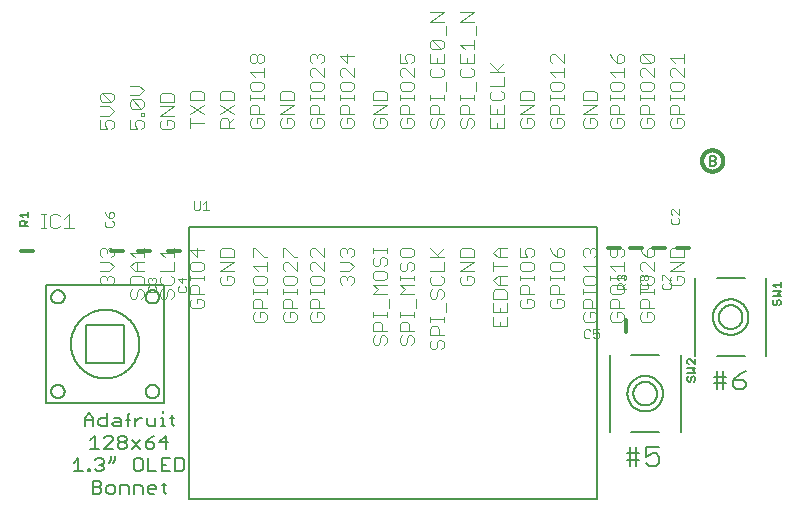
<source format=gbr>
G04 EAGLE Gerber RS-274X export*
G75*
%MOMM*%
%FSLAX34Y34*%
%LPD*%
%INSilkscreen Top*%
%IPPOS*%
%AMOC8*
5,1,8,0,0,1.08239X$1,22.5*%
G01*
%ADD10C,0.177800*%
%ADD11C,0.203200*%
%ADD12C,0.076200*%
%ADD13C,0.304800*%
%ADD14C,0.101600*%
%ADD15C,0.152400*%
%ADD16C,0.127000*%


D10*
X63805Y65024D02*
X63805Y72312D01*
X67448Y75955D01*
X71092Y72312D01*
X71092Y65024D01*
X71092Y70490D02*
X63805Y70490D01*
X82786Y75955D02*
X82786Y65024D01*
X77320Y65024D01*
X75499Y66846D01*
X75499Y70490D01*
X77320Y72312D01*
X82786Y72312D01*
X89014Y72312D02*
X92658Y72312D01*
X94480Y70490D01*
X94480Y65024D01*
X89014Y65024D01*
X87192Y66846D01*
X89014Y68668D01*
X94480Y68668D01*
X100708Y65024D02*
X100708Y74133D01*
X102530Y75955D01*
X102530Y70490D02*
X98886Y70490D01*
X106682Y72312D02*
X106682Y65024D01*
X106682Y68668D02*
X110326Y72312D01*
X112148Y72312D01*
X116427Y72312D02*
X116427Y66846D01*
X118249Y65024D01*
X123715Y65024D01*
X123715Y72312D01*
X128121Y72312D02*
X129943Y72312D01*
X129943Y65024D01*
X128121Y65024D02*
X131765Y65024D01*
X129943Y75955D02*
X129943Y77777D01*
X137739Y74133D02*
X137739Y66846D01*
X139561Y65024D01*
X139561Y72312D02*
X135917Y72312D01*
X72321Y56905D02*
X68677Y53262D01*
X72321Y56905D02*
X72321Y45974D01*
X68677Y45974D02*
X75965Y45974D01*
X80371Y45974D02*
X87659Y45974D01*
X80371Y45974D02*
X87659Y53262D01*
X87659Y55083D01*
X85837Y56905D01*
X82193Y56905D01*
X80371Y55083D01*
X92065Y55083D02*
X93887Y56905D01*
X97531Y56905D01*
X99352Y55083D01*
X99352Y53262D01*
X97531Y51440D01*
X99352Y49618D01*
X99352Y47796D01*
X97531Y45974D01*
X93887Y45974D01*
X92065Y47796D01*
X92065Y49618D01*
X93887Y51440D01*
X92065Y53262D01*
X92065Y55083D01*
X93887Y51440D02*
X97531Y51440D01*
X103759Y53262D02*
X111046Y45974D01*
X103759Y45974D02*
X111046Y53262D01*
X119097Y55083D02*
X122740Y56905D01*
X119097Y55083D02*
X115453Y51440D01*
X115453Y47796D01*
X117275Y45974D01*
X120919Y45974D01*
X122740Y47796D01*
X122740Y49618D01*
X120919Y51440D01*
X115453Y51440D01*
X132613Y45974D02*
X132613Y56905D01*
X127147Y51440D01*
X134434Y51440D01*
X58678Y37855D02*
X55034Y34212D01*
X58678Y37855D02*
X58678Y26924D01*
X55034Y26924D02*
X62322Y26924D01*
X66728Y26924D02*
X66728Y28746D01*
X68550Y28746D01*
X68550Y26924D01*
X66728Y26924D01*
X72575Y36033D02*
X74397Y37855D01*
X78041Y37855D01*
X79863Y36033D01*
X79863Y34212D01*
X78041Y32390D01*
X76219Y32390D01*
X78041Y32390D02*
X79863Y30568D01*
X79863Y28746D01*
X78041Y26924D01*
X74397Y26924D01*
X72575Y28746D01*
X86091Y36033D02*
X86091Y39677D01*
X86091Y36033D02*
X84269Y34212D01*
X89735Y36033D02*
X89735Y39677D01*
X89735Y36033D02*
X87913Y34212D01*
X107530Y37855D02*
X111174Y37855D01*
X107530Y37855D02*
X105708Y36033D01*
X105708Y28746D01*
X107530Y26924D01*
X111174Y26924D01*
X112995Y28746D01*
X112995Y36033D01*
X111174Y37855D01*
X117402Y37855D02*
X117402Y26924D01*
X124689Y26924D01*
X129096Y37855D02*
X136383Y37855D01*
X129096Y37855D02*
X129096Y26924D01*
X136383Y26924D01*
X132740Y32390D02*
X129096Y32390D01*
X140790Y37855D02*
X140790Y26924D01*
X146255Y26924D01*
X148077Y28746D01*
X148077Y36033D01*
X146255Y37855D01*
X140790Y37855D01*
X70626Y18805D02*
X70626Y7874D01*
X70626Y18805D02*
X76092Y18805D01*
X77914Y16983D01*
X77914Y15162D01*
X76092Y13340D01*
X77914Y11518D01*
X77914Y9696D01*
X76092Y7874D01*
X70626Y7874D01*
X70626Y13340D02*
X76092Y13340D01*
X84142Y7874D02*
X87786Y7874D01*
X89608Y9696D01*
X89608Y13340D01*
X87786Y15162D01*
X84142Y15162D01*
X82320Y13340D01*
X82320Y9696D01*
X84142Y7874D01*
X94014Y7874D02*
X94014Y15162D01*
X99480Y15162D01*
X101301Y13340D01*
X101301Y7874D01*
X105708Y7874D02*
X105708Y15162D01*
X111174Y15162D01*
X112995Y13340D01*
X112995Y7874D01*
X119224Y7874D02*
X122868Y7874D01*
X119224Y7874D02*
X117402Y9696D01*
X117402Y13340D01*
X119224Y15162D01*
X122868Y15162D01*
X124689Y13340D01*
X124689Y11518D01*
X117402Y11518D01*
X130918Y9696D02*
X130918Y16983D01*
X130918Y9696D02*
X132740Y7874D01*
X132740Y15162D02*
X129096Y15162D01*
D11*
X525751Y31496D02*
X525751Y47257D01*
X531005Y47257D02*
X531005Y31496D01*
X531005Y42004D02*
X523124Y42004D01*
X531005Y42004D02*
X533632Y42004D01*
X533632Y36750D02*
X523124Y36750D01*
X539496Y47257D02*
X550004Y47257D01*
X539496Y47257D02*
X539496Y39377D01*
X544750Y42004D01*
X547377Y42004D01*
X550004Y39377D01*
X550004Y34123D01*
X547377Y31496D01*
X542123Y31496D01*
X539496Y34123D01*
X599411Y96266D02*
X599411Y112027D01*
X604665Y112027D02*
X604665Y96266D01*
X604665Y106774D02*
X596784Y106774D01*
X604665Y106774D02*
X607292Y106774D01*
X607292Y101520D02*
X596784Y101520D01*
X618410Y109401D02*
X623664Y112027D01*
X618410Y109401D02*
X613156Y104147D01*
X613156Y98893D01*
X615783Y96266D01*
X621037Y96266D01*
X623664Y98893D01*
X623664Y101520D01*
X621037Y104147D01*
X613156Y104147D01*
X497620Y233740D02*
X152620Y233740D01*
X497620Y233740D02*
X497620Y3740D01*
X152620Y3740D01*
X152620Y233740D01*
D12*
X156501Y249350D02*
X156501Y255493D01*
X156501Y249350D02*
X157730Y248121D01*
X160187Y248121D01*
X161416Y249350D01*
X161416Y255493D01*
X163985Y253036D02*
X166443Y255493D01*
X166443Y248121D01*
X168900Y248121D02*
X163985Y248121D01*
D13*
X565150Y215900D02*
X575310Y215900D01*
D12*
X559937Y240287D02*
X561165Y241516D01*
X559937Y240287D02*
X559937Y237830D01*
X561165Y236601D01*
X566080Y236601D01*
X567309Y237830D01*
X567309Y240287D01*
X566080Y241516D01*
X567309Y244085D02*
X567309Y249000D01*
X567309Y244085D02*
X562394Y249000D01*
X561165Y249000D01*
X559937Y247771D01*
X559937Y245314D01*
X561165Y244085D01*
D13*
X516890Y215900D02*
X506730Y215900D01*
D12*
X514725Y180993D02*
X522097Y180993D01*
X514725Y180993D02*
X514725Y184679D01*
X515953Y185908D01*
X518411Y185908D01*
X519640Y184679D01*
X519640Y180993D01*
X519640Y183450D02*
X522097Y185908D01*
X515953Y188477D02*
X514725Y189706D01*
X514725Y192163D01*
X515953Y193392D01*
X517182Y193392D01*
X518411Y192163D01*
X518411Y190934D01*
X518411Y192163D02*
X519640Y193392D01*
X520868Y193392D01*
X522097Y192163D01*
X522097Y189706D01*
X520868Y188477D01*
D13*
X119380Y213360D02*
X109220Y213360D01*
D12*
X118443Y183368D02*
X117215Y182139D01*
X117215Y179681D01*
X118443Y178453D01*
X123358Y178453D01*
X124587Y179681D01*
X124587Y182139D01*
X123358Y183368D01*
X118443Y185937D02*
X117215Y187166D01*
X117215Y189623D01*
X118443Y190852D01*
X119672Y190852D01*
X120901Y189623D01*
X120901Y188394D01*
X120901Y189623D02*
X122130Y190852D01*
X123358Y190852D01*
X124587Y189623D01*
X124587Y187166D01*
X123358Y185937D01*
D13*
X134620Y213360D02*
X144780Y213360D01*
D12*
X143843Y183368D02*
X142615Y182139D01*
X142615Y179681D01*
X143843Y178453D01*
X148758Y178453D01*
X149987Y179681D01*
X149987Y182139D01*
X148758Y183368D01*
X149987Y189623D02*
X142615Y189623D01*
X146301Y185937D01*
X146301Y190852D01*
D13*
X521970Y154940D02*
X521970Y144780D01*
D12*
X491978Y145717D02*
X490749Y146945D01*
X488291Y146945D01*
X487063Y145717D01*
X487063Y140802D01*
X488291Y139573D01*
X490749Y139573D01*
X491978Y140802D01*
X494547Y146945D02*
X499462Y146945D01*
X494547Y146945D02*
X494547Y143259D01*
X497004Y144488D01*
X498233Y144488D01*
X499462Y143259D01*
X499462Y140802D01*
X498233Y139573D01*
X495776Y139573D01*
X494547Y140802D01*
D13*
X544830Y215900D02*
X554990Y215900D01*
D12*
X554053Y185908D02*
X552825Y184679D01*
X552825Y182221D01*
X554053Y180993D01*
X558968Y180993D01*
X560197Y182221D01*
X560197Y184679D01*
X558968Y185908D01*
X552825Y188477D02*
X552825Y193392D01*
X554053Y193392D01*
X558968Y188477D01*
X560197Y188477D01*
D13*
X535940Y215900D02*
X525780Y215900D01*
D12*
X535003Y185908D02*
X533775Y184679D01*
X533775Y182221D01*
X535003Y180993D01*
X539918Y180993D01*
X541147Y182221D01*
X541147Y184679D01*
X539918Y185908D01*
X535003Y188477D02*
X533775Y189706D01*
X533775Y192163D01*
X535003Y193392D01*
X536232Y193392D01*
X537461Y192163D01*
X538690Y193392D01*
X539918Y193392D01*
X541147Y192163D01*
X541147Y189706D01*
X539918Y188477D01*
X538690Y188477D01*
X537461Y189706D01*
X536232Y188477D01*
X535003Y188477D01*
X537461Y189706D02*
X537461Y192163D01*
D13*
X96520Y213360D02*
X86360Y213360D01*
D12*
X81147Y237747D02*
X82375Y238976D01*
X81147Y237747D02*
X81147Y235290D01*
X82375Y234061D01*
X87290Y234061D01*
X88519Y235290D01*
X88519Y237747D01*
X87290Y238976D01*
X82375Y244003D02*
X81147Y246460D01*
X82375Y244003D02*
X84833Y241545D01*
X87290Y241545D01*
X88519Y242774D01*
X88519Y245231D01*
X87290Y246460D01*
X86062Y246460D01*
X84833Y245231D01*
X84833Y241545D01*
D14*
X76828Y316362D02*
X76828Y324158D01*
X76828Y316362D02*
X82675Y316362D01*
X80726Y320260D01*
X80726Y322209D01*
X82675Y324158D01*
X86573Y324158D01*
X88522Y322209D01*
X88522Y318311D01*
X86573Y316362D01*
X84624Y328056D02*
X76828Y328056D01*
X84624Y328056D02*
X88522Y331954D01*
X84624Y335852D01*
X76828Y335852D01*
X78777Y339750D02*
X86573Y339750D01*
X78777Y339750D02*
X76828Y341699D01*
X76828Y345597D01*
X78777Y347546D01*
X86573Y347546D01*
X88522Y345597D01*
X88522Y341699D01*
X86573Y339750D01*
X78777Y347546D01*
X102228Y324158D02*
X102228Y316362D01*
X108075Y316362D01*
X106126Y320260D01*
X106126Y322209D01*
X108075Y324158D01*
X111973Y324158D01*
X113922Y322209D01*
X113922Y318311D01*
X111973Y316362D01*
X111973Y328056D02*
X113922Y328056D01*
X111973Y328056D02*
X111973Y330005D01*
X113922Y330005D01*
X113922Y328056D01*
X111973Y333903D02*
X104177Y333903D01*
X102228Y335852D01*
X102228Y339750D01*
X104177Y341699D01*
X111973Y341699D01*
X113922Y339750D01*
X113922Y335852D01*
X111973Y333903D01*
X104177Y341699D01*
X102228Y345597D02*
X110024Y345597D01*
X113922Y349495D01*
X110024Y353393D01*
X102228Y353393D01*
X129577Y324158D02*
X127628Y322209D01*
X127628Y318311D01*
X129577Y316362D01*
X137373Y316362D01*
X139322Y318311D01*
X139322Y322209D01*
X137373Y324158D01*
X133475Y324158D01*
X133475Y320260D01*
X139322Y328056D02*
X127628Y328056D01*
X139322Y335852D01*
X127628Y335852D01*
X127628Y339750D02*
X139322Y339750D01*
X139322Y345597D01*
X137373Y347546D01*
X129577Y347546D01*
X127628Y345597D01*
X127628Y339750D01*
X153028Y321784D02*
X164722Y321784D01*
X153028Y317886D02*
X153028Y325682D01*
X153028Y329580D02*
X164722Y337376D01*
X164722Y329580D02*
X153028Y337376D01*
X153028Y341274D02*
X164722Y341274D01*
X164722Y347121D01*
X162773Y349070D01*
X154977Y349070D01*
X153028Y347121D01*
X153028Y341274D01*
X178428Y317886D02*
X190122Y317886D01*
X178428Y317886D02*
X178428Y323733D01*
X180377Y325682D01*
X184275Y325682D01*
X186224Y323733D01*
X186224Y317886D01*
X186224Y321784D02*
X190122Y325682D01*
X190122Y337376D02*
X178428Y329580D01*
X178428Y337376D02*
X190122Y329580D01*
X190122Y341274D02*
X178428Y341274D01*
X190122Y341274D02*
X190122Y347121D01*
X188173Y349070D01*
X180377Y349070D01*
X178428Y347121D01*
X178428Y341274D01*
X203828Y323733D02*
X205777Y325682D01*
X203828Y323733D02*
X203828Y319835D01*
X205777Y317886D01*
X213573Y317886D01*
X215522Y319835D01*
X215522Y323733D01*
X213573Y325682D01*
X209675Y325682D01*
X209675Y321784D01*
X215522Y329580D02*
X203828Y329580D01*
X203828Y335427D01*
X205777Y337376D01*
X209675Y337376D01*
X211624Y335427D01*
X211624Y329580D01*
X215522Y341274D02*
X215522Y345172D01*
X215522Y343223D02*
X203828Y343223D01*
X203828Y341274D02*
X203828Y345172D01*
X203828Y351019D02*
X203828Y354917D01*
X203828Y351019D02*
X205777Y349070D01*
X213573Y349070D01*
X215522Y351019D01*
X215522Y354917D01*
X213573Y356866D01*
X205777Y356866D01*
X203828Y354917D01*
X207726Y360764D02*
X203828Y364662D01*
X215522Y364662D01*
X215522Y360764D02*
X215522Y368560D01*
X205777Y372458D02*
X203828Y374407D01*
X203828Y378305D01*
X205777Y380254D01*
X207726Y380254D01*
X209675Y378305D01*
X211624Y380254D01*
X213573Y380254D01*
X215522Y378305D01*
X215522Y374407D01*
X213573Y372458D01*
X211624Y372458D01*
X209675Y374407D01*
X207726Y372458D01*
X205777Y372458D01*
X209675Y374407D02*
X209675Y378305D01*
X231177Y325682D02*
X229228Y323733D01*
X229228Y319835D01*
X231177Y317886D01*
X238973Y317886D01*
X240922Y319835D01*
X240922Y323733D01*
X238973Y325682D01*
X235075Y325682D01*
X235075Y321784D01*
X240922Y329580D02*
X229228Y329580D01*
X240922Y337376D01*
X229228Y337376D01*
X229228Y341274D02*
X240922Y341274D01*
X240922Y347121D01*
X238973Y349070D01*
X231177Y349070D01*
X229228Y347121D01*
X229228Y341274D01*
X254628Y323733D02*
X256577Y325682D01*
X254628Y323733D02*
X254628Y319835D01*
X256577Y317886D01*
X264373Y317886D01*
X266322Y319835D01*
X266322Y323733D01*
X264373Y325682D01*
X260475Y325682D01*
X260475Y321784D01*
X266322Y329580D02*
X254628Y329580D01*
X254628Y335427D01*
X256577Y337376D01*
X260475Y337376D01*
X262424Y335427D01*
X262424Y329580D01*
X266322Y341274D02*
X266322Y345172D01*
X266322Y343223D02*
X254628Y343223D01*
X254628Y341274D02*
X254628Y345172D01*
X254628Y351019D02*
X254628Y354917D01*
X254628Y351019D02*
X256577Y349070D01*
X264373Y349070D01*
X266322Y351019D01*
X266322Y354917D01*
X264373Y356866D01*
X256577Y356866D01*
X254628Y354917D01*
X266322Y360764D02*
X266322Y368560D01*
X266322Y360764D02*
X258526Y368560D01*
X256577Y368560D01*
X254628Y366611D01*
X254628Y362713D01*
X256577Y360764D01*
X256577Y372458D02*
X254628Y374407D01*
X254628Y378305D01*
X256577Y380254D01*
X258526Y380254D01*
X260475Y378305D01*
X260475Y376356D01*
X260475Y378305D02*
X262424Y380254D01*
X264373Y380254D01*
X266322Y378305D01*
X266322Y374407D01*
X264373Y372458D01*
X281977Y325682D02*
X280028Y323733D01*
X280028Y319835D01*
X281977Y317886D01*
X289773Y317886D01*
X291722Y319835D01*
X291722Y323733D01*
X289773Y325682D01*
X285875Y325682D01*
X285875Y321784D01*
X291722Y329580D02*
X280028Y329580D01*
X280028Y335427D01*
X281977Y337376D01*
X285875Y337376D01*
X287824Y335427D01*
X287824Y329580D01*
X291722Y341274D02*
X291722Y345172D01*
X291722Y343223D02*
X280028Y343223D01*
X280028Y341274D02*
X280028Y345172D01*
X280028Y351019D02*
X280028Y354917D01*
X280028Y351019D02*
X281977Y349070D01*
X289773Y349070D01*
X291722Y351019D01*
X291722Y354917D01*
X289773Y356866D01*
X281977Y356866D01*
X280028Y354917D01*
X291722Y360764D02*
X291722Y368560D01*
X291722Y360764D02*
X283926Y368560D01*
X281977Y368560D01*
X280028Y366611D01*
X280028Y362713D01*
X281977Y360764D01*
X280028Y378305D02*
X291722Y378305D01*
X285875Y372458D02*
X280028Y378305D01*
X285875Y380254D02*
X285875Y372458D01*
X309917Y325682D02*
X307968Y323733D01*
X307968Y319835D01*
X309917Y317886D01*
X317713Y317886D01*
X319662Y319835D01*
X319662Y323733D01*
X317713Y325682D01*
X313815Y325682D01*
X313815Y321784D01*
X319662Y329580D02*
X307968Y329580D01*
X319662Y337376D01*
X307968Y337376D01*
X307968Y341274D02*
X319662Y341274D01*
X319662Y347121D01*
X317713Y349070D01*
X309917Y349070D01*
X307968Y347121D01*
X307968Y341274D01*
X330828Y323733D02*
X332777Y325682D01*
X330828Y323733D02*
X330828Y319835D01*
X332777Y317886D01*
X340573Y317886D01*
X342522Y319835D01*
X342522Y323733D01*
X340573Y325682D01*
X336675Y325682D01*
X336675Y321784D01*
X342522Y329580D02*
X330828Y329580D01*
X330828Y335427D01*
X332777Y337376D01*
X336675Y337376D01*
X338624Y335427D01*
X338624Y329580D01*
X342522Y341274D02*
X342522Y345172D01*
X342522Y343223D02*
X330828Y343223D01*
X330828Y341274D02*
X330828Y345172D01*
X330828Y351019D02*
X330828Y354917D01*
X330828Y351019D02*
X332777Y349070D01*
X340573Y349070D01*
X342522Y351019D01*
X342522Y354917D01*
X340573Y356866D01*
X332777Y356866D01*
X330828Y354917D01*
X342522Y360764D02*
X342522Y368560D01*
X342522Y360764D02*
X334726Y368560D01*
X332777Y368560D01*
X330828Y366611D01*
X330828Y362713D01*
X332777Y360764D01*
X330828Y372458D02*
X330828Y380254D01*
X330828Y372458D02*
X336675Y372458D01*
X334726Y376356D01*
X334726Y378305D01*
X336675Y380254D01*
X340573Y380254D01*
X342522Y378305D01*
X342522Y374407D01*
X340573Y372458D01*
X358177Y325682D02*
X356228Y323733D01*
X356228Y319835D01*
X358177Y317886D01*
X360126Y317886D01*
X362075Y319835D01*
X362075Y323733D01*
X364024Y325682D01*
X365973Y325682D01*
X367922Y323733D01*
X367922Y319835D01*
X365973Y317886D01*
X367922Y329580D02*
X356228Y329580D01*
X356228Y335427D01*
X358177Y337376D01*
X362075Y337376D01*
X364024Y335427D01*
X364024Y329580D01*
X367922Y341274D02*
X367922Y345172D01*
X367922Y343223D02*
X356228Y343223D01*
X356228Y341274D02*
X356228Y345172D01*
X369871Y349070D02*
X369871Y356866D01*
X358177Y368560D02*
X356228Y366611D01*
X356228Y362713D01*
X358177Y360764D01*
X365973Y360764D01*
X367922Y362713D01*
X367922Y366611D01*
X365973Y368560D01*
X356228Y372458D02*
X356228Y380254D01*
X356228Y372458D02*
X367922Y372458D01*
X367922Y380254D01*
X362075Y376356D02*
X362075Y372458D01*
X365973Y384152D02*
X358177Y384152D01*
X356228Y386101D01*
X356228Y389999D01*
X358177Y391948D01*
X365973Y391948D01*
X367922Y389999D01*
X367922Y386101D01*
X365973Y384152D01*
X358177Y391948D01*
X369871Y395846D02*
X369871Y403642D01*
X367922Y407540D02*
X356228Y407540D01*
X367922Y415336D01*
X356228Y415336D01*
X383577Y325682D02*
X381628Y323733D01*
X381628Y319835D01*
X383577Y317886D01*
X385526Y317886D01*
X387475Y319835D01*
X387475Y323733D01*
X389424Y325682D01*
X391373Y325682D01*
X393322Y323733D01*
X393322Y319835D01*
X391373Y317886D01*
X393322Y329580D02*
X381628Y329580D01*
X381628Y335427D01*
X383577Y337376D01*
X387475Y337376D01*
X389424Y335427D01*
X389424Y329580D01*
X393322Y341274D02*
X393322Y345172D01*
X393322Y343223D02*
X381628Y343223D01*
X381628Y341274D02*
X381628Y345172D01*
X395271Y349070D02*
X395271Y356866D01*
X383577Y368560D02*
X381628Y366611D01*
X381628Y362713D01*
X383577Y360764D01*
X391373Y360764D01*
X393322Y362713D01*
X393322Y366611D01*
X391373Y368560D01*
X381628Y372458D02*
X381628Y380254D01*
X381628Y372458D02*
X393322Y372458D01*
X393322Y380254D01*
X387475Y376356D02*
X387475Y372458D01*
X385526Y384152D02*
X381628Y388050D01*
X393322Y388050D01*
X393322Y384152D02*
X393322Y391948D01*
X395271Y395846D02*
X395271Y403642D01*
X393322Y407540D02*
X381628Y407540D01*
X393322Y415336D01*
X381628Y415336D01*
X78777Y184760D02*
X76828Y186709D01*
X76828Y190607D01*
X78777Y192556D01*
X80726Y192556D01*
X82675Y190607D01*
X82675Y188658D01*
X82675Y190607D02*
X84624Y192556D01*
X86573Y192556D01*
X88522Y190607D01*
X88522Y186709D01*
X86573Y184760D01*
X84624Y196454D02*
X76828Y196454D01*
X84624Y196454D02*
X88522Y200352D01*
X84624Y204250D01*
X76828Y204250D01*
X78777Y208148D02*
X76828Y210097D01*
X76828Y213995D01*
X78777Y215944D01*
X80726Y215944D01*
X82675Y213995D01*
X82675Y212046D01*
X82675Y213995D02*
X84624Y215944D01*
X86573Y215944D01*
X88522Y213995D01*
X88522Y210097D01*
X86573Y208148D01*
X104177Y180862D02*
X102228Y178913D01*
X102228Y175015D01*
X104177Y173066D01*
X106126Y173066D01*
X108075Y175015D01*
X108075Y178913D01*
X110024Y180862D01*
X111973Y180862D01*
X113922Y178913D01*
X113922Y175015D01*
X111973Y173066D01*
X113922Y184760D02*
X102228Y184760D01*
X113922Y184760D02*
X113922Y190607D01*
X111973Y192556D01*
X104177Y192556D01*
X102228Y190607D01*
X102228Y184760D01*
X106126Y196454D02*
X113922Y196454D01*
X106126Y196454D02*
X102228Y200352D01*
X106126Y204250D01*
X113922Y204250D01*
X108075Y204250D02*
X108075Y196454D01*
X106126Y208148D02*
X102228Y212046D01*
X113922Y212046D01*
X113922Y208148D02*
X113922Y215944D01*
X129577Y180862D02*
X127628Y178913D01*
X127628Y175015D01*
X129577Y173066D01*
X131526Y173066D01*
X133475Y175015D01*
X133475Y178913D01*
X135424Y180862D01*
X137373Y180862D01*
X139322Y178913D01*
X139322Y175015D01*
X137373Y173066D01*
X127628Y190607D02*
X129577Y192556D01*
X127628Y190607D02*
X127628Y186709D01*
X129577Y184760D01*
X137373Y184760D01*
X139322Y186709D01*
X139322Y190607D01*
X137373Y192556D01*
X139322Y196454D02*
X127628Y196454D01*
X139322Y196454D02*
X139322Y204250D01*
X131526Y208148D02*
X127628Y212046D01*
X139322Y212046D01*
X139322Y208148D02*
X139322Y215944D01*
X154977Y173066D02*
X153028Y171117D01*
X153028Y167219D01*
X154977Y165270D01*
X162773Y165270D01*
X164722Y167219D01*
X164722Y171117D01*
X162773Y173066D01*
X158875Y173066D01*
X158875Y169168D01*
X164722Y176964D02*
X153028Y176964D01*
X153028Y182811D01*
X154977Y184760D01*
X158875Y184760D01*
X160824Y182811D01*
X160824Y176964D01*
X164722Y188658D02*
X164722Y192556D01*
X164722Y190607D02*
X153028Y190607D01*
X153028Y188658D02*
X153028Y192556D01*
X153028Y198403D02*
X153028Y202301D01*
X153028Y198403D02*
X154977Y196454D01*
X162773Y196454D01*
X164722Y198403D01*
X164722Y202301D01*
X162773Y204250D01*
X154977Y204250D01*
X153028Y202301D01*
X153028Y213995D02*
X164722Y213995D01*
X158875Y208148D02*
X153028Y213995D01*
X158875Y215944D02*
X158875Y208148D01*
X178428Y190607D02*
X180377Y192556D01*
X178428Y190607D02*
X178428Y186709D01*
X180377Y184760D01*
X188173Y184760D01*
X190122Y186709D01*
X190122Y190607D01*
X188173Y192556D01*
X184275Y192556D01*
X184275Y188658D01*
X190122Y196454D02*
X178428Y196454D01*
X190122Y204250D01*
X178428Y204250D01*
X178428Y208148D02*
X190122Y208148D01*
X190122Y213995D01*
X188173Y215944D01*
X180377Y215944D01*
X178428Y213995D01*
X178428Y208148D01*
X208317Y161372D02*
X206368Y159423D01*
X206368Y155525D01*
X208317Y153576D01*
X216113Y153576D01*
X218062Y155525D01*
X218062Y159423D01*
X216113Y161372D01*
X212215Y161372D01*
X212215Y157474D01*
X218062Y165270D02*
X206368Y165270D01*
X206368Y171117D01*
X208317Y173066D01*
X212215Y173066D01*
X214164Y171117D01*
X214164Y165270D01*
X218062Y176964D02*
X218062Y180862D01*
X218062Y178913D02*
X206368Y178913D01*
X206368Y176964D02*
X206368Y180862D01*
X206368Y186709D02*
X206368Y190607D01*
X206368Y186709D02*
X208317Y184760D01*
X216113Y184760D01*
X218062Y186709D01*
X218062Y190607D01*
X216113Y192556D01*
X208317Y192556D01*
X206368Y190607D01*
X210266Y196454D02*
X206368Y200352D01*
X218062Y200352D01*
X218062Y196454D02*
X218062Y204250D01*
X206368Y208148D02*
X206368Y215944D01*
X208317Y215944D01*
X216113Y208148D01*
X218062Y208148D01*
X233717Y161372D02*
X231768Y159423D01*
X231768Y155525D01*
X233717Y153576D01*
X241513Y153576D01*
X243462Y155525D01*
X243462Y159423D01*
X241513Y161372D01*
X237615Y161372D01*
X237615Y157474D01*
X243462Y165270D02*
X231768Y165270D01*
X231768Y171117D01*
X233717Y173066D01*
X237615Y173066D01*
X239564Y171117D01*
X239564Y165270D01*
X243462Y176964D02*
X243462Y180862D01*
X243462Y178913D02*
X231768Y178913D01*
X231768Y176964D02*
X231768Y180862D01*
X231768Y186709D02*
X231768Y190607D01*
X231768Y186709D02*
X233717Y184760D01*
X241513Y184760D01*
X243462Y186709D01*
X243462Y190607D01*
X241513Y192556D01*
X233717Y192556D01*
X231768Y190607D01*
X243462Y196454D02*
X243462Y204250D01*
X243462Y196454D02*
X235666Y204250D01*
X233717Y204250D01*
X231768Y202301D01*
X231768Y198403D01*
X233717Y196454D01*
X231768Y208148D02*
X231768Y215944D01*
X233717Y215944D01*
X241513Y208148D01*
X243462Y208148D01*
X256577Y161372D02*
X254628Y159423D01*
X254628Y155525D01*
X256577Y153576D01*
X264373Y153576D01*
X266322Y155525D01*
X266322Y159423D01*
X264373Y161372D01*
X260475Y161372D01*
X260475Y157474D01*
X266322Y165270D02*
X254628Y165270D01*
X254628Y171117D01*
X256577Y173066D01*
X260475Y173066D01*
X262424Y171117D01*
X262424Y165270D01*
X266322Y176964D02*
X266322Y180862D01*
X266322Y178913D02*
X254628Y178913D01*
X254628Y176964D02*
X254628Y180862D01*
X254628Y186709D02*
X254628Y190607D01*
X254628Y186709D02*
X256577Y184760D01*
X264373Y184760D01*
X266322Y186709D01*
X266322Y190607D01*
X264373Y192556D01*
X256577Y192556D01*
X254628Y190607D01*
X266322Y196454D02*
X266322Y204250D01*
X266322Y196454D02*
X258526Y204250D01*
X256577Y204250D01*
X254628Y202301D01*
X254628Y198403D01*
X256577Y196454D01*
X266322Y208148D02*
X266322Y215944D01*
X266322Y208148D02*
X258526Y215944D01*
X256577Y215944D01*
X254628Y213995D01*
X254628Y210097D01*
X256577Y208148D01*
X280028Y186709D02*
X281977Y184760D01*
X280028Y186709D02*
X280028Y190607D01*
X281977Y192556D01*
X283926Y192556D01*
X285875Y190607D01*
X285875Y188658D01*
X285875Y190607D02*
X287824Y192556D01*
X289773Y192556D01*
X291722Y190607D01*
X291722Y186709D01*
X289773Y184760D01*
X287824Y196454D02*
X280028Y196454D01*
X287824Y196454D02*
X291722Y200352D01*
X287824Y204250D01*
X280028Y204250D01*
X281977Y208148D02*
X280028Y210097D01*
X280028Y213995D01*
X281977Y215944D01*
X283926Y215944D01*
X285875Y213995D01*
X285875Y212046D01*
X285875Y213995D02*
X287824Y215944D01*
X289773Y215944D01*
X291722Y213995D01*
X291722Y210097D01*
X289773Y208148D01*
X309917Y141882D02*
X307968Y139933D01*
X307968Y136035D01*
X309917Y134086D01*
X311866Y134086D01*
X313815Y136035D01*
X313815Y139933D01*
X315764Y141882D01*
X317713Y141882D01*
X319662Y139933D01*
X319662Y136035D01*
X317713Y134086D01*
X319662Y145780D02*
X307968Y145780D01*
X307968Y151627D01*
X309917Y153576D01*
X313815Y153576D01*
X315764Y151627D01*
X315764Y145780D01*
X319662Y157474D02*
X319662Y161372D01*
X319662Y159423D02*
X307968Y159423D01*
X307968Y157474D02*
X307968Y161372D01*
X321611Y165270D02*
X321611Y173066D01*
X319662Y176964D02*
X307968Y176964D01*
X311866Y180862D01*
X307968Y184760D01*
X319662Y184760D01*
X307968Y190607D02*
X307968Y194505D01*
X307968Y190607D02*
X309917Y188658D01*
X317713Y188658D01*
X319662Y190607D01*
X319662Y194505D01*
X317713Y196454D01*
X309917Y196454D01*
X307968Y194505D01*
X307968Y206199D02*
X309917Y208148D01*
X307968Y206199D02*
X307968Y202301D01*
X309917Y200352D01*
X311866Y200352D01*
X313815Y202301D01*
X313815Y206199D01*
X315764Y208148D01*
X317713Y208148D01*
X319662Y206199D01*
X319662Y202301D01*
X317713Y200352D01*
X319662Y212046D02*
X319662Y215944D01*
X319662Y213995D02*
X307968Y213995D01*
X307968Y212046D02*
X307968Y215944D01*
X332777Y141882D02*
X330828Y139933D01*
X330828Y136035D01*
X332777Y134086D01*
X334726Y134086D01*
X336675Y136035D01*
X336675Y139933D01*
X338624Y141882D01*
X340573Y141882D01*
X342522Y139933D01*
X342522Y136035D01*
X340573Y134086D01*
X342522Y145780D02*
X330828Y145780D01*
X330828Y151627D01*
X332777Y153576D01*
X336675Y153576D01*
X338624Y151627D01*
X338624Y145780D01*
X342522Y157474D02*
X342522Y161372D01*
X342522Y159423D02*
X330828Y159423D01*
X330828Y157474D02*
X330828Y161372D01*
X344471Y165270D02*
X344471Y173066D01*
X342522Y176964D02*
X330828Y176964D01*
X334726Y180862D01*
X330828Y184760D01*
X342522Y184760D01*
X342522Y188658D02*
X342522Y192556D01*
X342522Y190607D02*
X330828Y190607D01*
X330828Y188658D02*
X330828Y192556D01*
X330828Y202301D02*
X332777Y204250D01*
X330828Y202301D02*
X330828Y198403D01*
X332777Y196454D01*
X334726Y196454D01*
X336675Y198403D01*
X336675Y202301D01*
X338624Y204250D01*
X340573Y204250D01*
X342522Y202301D01*
X342522Y198403D01*
X340573Y196454D01*
X330828Y210097D02*
X330828Y213995D01*
X330828Y210097D02*
X332777Y208148D01*
X340573Y208148D01*
X342522Y210097D01*
X342522Y213995D01*
X340573Y215944D01*
X332777Y215944D01*
X330828Y213995D01*
X358177Y137984D02*
X356228Y136035D01*
X356228Y132137D01*
X358177Y130188D01*
X360126Y130188D01*
X362075Y132137D01*
X362075Y136035D01*
X364024Y137984D01*
X365973Y137984D01*
X367922Y136035D01*
X367922Y132137D01*
X365973Y130188D01*
X367922Y141882D02*
X356228Y141882D01*
X356228Y147729D01*
X358177Y149678D01*
X362075Y149678D01*
X364024Y147729D01*
X364024Y141882D01*
X367922Y153576D02*
X367922Y157474D01*
X367922Y155525D02*
X356228Y155525D01*
X356228Y153576D02*
X356228Y157474D01*
X369871Y161372D02*
X369871Y169168D01*
X358177Y180862D02*
X356228Y178913D01*
X356228Y175015D01*
X358177Y173066D01*
X360126Y173066D01*
X362075Y175015D01*
X362075Y178913D01*
X364024Y180862D01*
X365973Y180862D01*
X367922Y178913D01*
X367922Y175015D01*
X365973Y173066D01*
X356228Y190607D02*
X358177Y192556D01*
X356228Y190607D02*
X356228Y186709D01*
X358177Y184760D01*
X365973Y184760D01*
X367922Y186709D01*
X367922Y190607D01*
X365973Y192556D01*
X367922Y196454D02*
X356228Y196454D01*
X367922Y196454D02*
X367922Y204250D01*
X367922Y208148D02*
X356228Y208148D01*
X364024Y208148D02*
X356228Y215944D01*
X362075Y210097D02*
X367922Y215944D01*
X383577Y192556D02*
X381628Y190607D01*
X381628Y186709D01*
X383577Y184760D01*
X391373Y184760D01*
X393322Y186709D01*
X393322Y190607D01*
X391373Y192556D01*
X387475Y192556D01*
X387475Y188658D01*
X393322Y196454D02*
X381628Y196454D01*
X393322Y204250D01*
X381628Y204250D01*
X381628Y208148D02*
X393322Y208148D01*
X393322Y213995D01*
X391373Y215944D01*
X383577Y215944D01*
X381628Y213995D01*
X381628Y208148D01*
X407028Y317886D02*
X407028Y325682D01*
X407028Y317886D02*
X418722Y317886D01*
X418722Y325682D01*
X412875Y321784D02*
X412875Y317886D01*
X407028Y329580D02*
X407028Y337376D01*
X407028Y329580D02*
X418722Y329580D01*
X418722Y337376D01*
X412875Y333478D02*
X412875Y329580D01*
X407028Y347121D02*
X408977Y349070D01*
X407028Y347121D02*
X407028Y343223D01*
X408977Y341274D01*
X416773Y341274D01*
X418722Y343223D01*
X418722Y347121D01*
X416773Y349070D01*
X418722Y352968D02*
X407028Y352968D01*
X418722Y352968D02*
X418722Y360764D01*
X418722Y364662D02*
X407028Y364662D01*
X414824Y364662D02*
X407028Y372458D01*
X412875Y366611D02*
X418722Y372458D01*
X434377Y325682D02*
X432428Y323733D01*
X432428Y319835D01*
X434377Y317886D01*
X442173Y317886D01*
X444122Y319835D01*
X444122Y323733D01*
X442173Y325682D01*
X438275Y325682D01*
X438275Y321784D01*
X444122Y329580D02*
X432428Y329580D01*
X444122Y337376D01*
X432428Y337376D01*
X432428Y341274D02*
X444122Y341274D01*
X444122Y347121D01*
X442173Y349070D01*
X434377Y349070D01*
X432428Y347121D01*
X432428Y341274D01*
X457828Y323733D02*
X459777Y325682D01*
X457828Y323733D02*
X457828Y319835D01*
X459777Y317886D01*
X467573Y317886D01*
X469522Y319835D01*
X469522Y323733D01*
X467573Y325682D01*
X463675Y325682D01*
X463675Y321784D01*
X469522Y329580D02*
X457828Y329580D01*
X457828Y335427D01*
X459777Y337376D01*
X463675Y337376D01*
X465624Y335427D01*
X465624Y329580D01*
X469522Y341274D02*
X469522Y345172D01*
X469522Y343223D02*
X457828Y343223D01*
X457828Y341274D02*
X457828Y345172D01*
X457828Y351019D02*
X457828Y354917D01*
X457828Y351019D02*
X459777Y349070D01*
X467573Y349070D01*
X469522Y351019D01*
X469522Y354917D01*
X467573Y356866D01*
X459777Y356866D01*
X457828Y354917D01*
X461726Y360764D02*
X457828Y364662D01*
X469522Y364662D01*
X469522Y360764D02*
X469522Y368560D01*
X469522Y372458D02*
X469522Y380254D01*
X469522Y372458D02*
X461726Y380254D01*
X459777Y380254D01*
X457828Y378305D01*
X457828Y374407D01*
X459777Y372458D01*
X487717Y325682D02*
X485768Y323733D01*
X485768Y319835D01*
X487717Y317886D01*
X495513Y317886D01*
X497462Y319835D01*
X497462Y323733D01*
X495513Y325682D01*
X491615Y325682D01*
X491615Y321784D01*
X497462Y329580D02*
X485768Y329580D01*
X497462Y337376D01*
X485768Y337376D01*
X485768Y341274D02*
X497462Y341274D01*
X497462Y347121D01*
X495513Y349070D01*
X487717Y349070D01*
X485768Y347121D01*
X485768Y341274D01*
X508628Y323733D02*
X510577Y325682D01*
X508628Y323733D02*
X508628Y319835D01*
X510577Y317886D01*
X518373Y317886D01*
X520322Y319835D01*
X520322Y323733D01*
X518373Y325682D01*
X514475Y325682D01*
X514475Y321784D01*
X520322Y329580D02*
X508628Y329580D01*
X508628Y335427D01*
X510577Y337376D01*
X514475Y337376D01*
X516424Y335427D01*
X516424Y329580D01*
X520322Y341274D02*
X520322Y345172D01*
X520322Y343223D02*
X508628Y343223D01*
X508628Y341274D02*
X508628Y345172D01*
X508628Y351019D02*
X508628Y354917D01*
X508628Y351019D02*
X510577Y349070D01*
X518373Y349070D01*
X520322Y351019D01*
X520322Y354917D01*
X518373Y356866D01*
X510577Y356866D01*
X508628Y354917D01*
X512526Y360764D02*
X508628Y364662D01*
X520322Y364662D01*
X520322Y360764D02*
X520322Y368560D01*
X510577Y376356D02*
X508628Y380254D01*
X510577Y376356D02*
X514475Y372458D01*
X518373Y372458D01*
X520322Y374407D01*
X520322Y378305D01*
X518373Y380254D01*
X516424Y380254D01*
X514475Y378305D01*
X514475Y372458D01*
X535977Y325682D02*
X534028Y323733D01*
X534028Y319835D01*
X535977Y317886D01*
X543773Y317886D01*
X545722Y319835D01*
X545722Y323733D01*
X543773Y325682D01*
X539875Y325682D01*
X539875Y321784D01*
X545722Y329580D02*
X534028Y329580D01*
X534028Y335427D01*
X535977Y337376D01*
X539875Y337376D01*
X541824Y335427D01*
X541824Y329580D01*
X545722Y341274D02*
X545722Y345172D01*
X545722Y343223D02*
X534028Y343223D01*
X534028Y341274D02*
X534028Y345172D01*
X534028Y351019D02*
X534028Y354917D01*
X534028Y351019D02*
X535977Y349070D01*
X543773Y349070D01*
X545722Y351019D01*
X545722Y354917D01*
X543773Y356866D01*
X535977Y356866D01*
X534028Y354917D01*
X545722Y360764D02*
X545722Y368560D01*
X545722Y360764D02*
X537926Y368560D01*
X535977Y368560D01*
X534028Y366611D01*
X534028Y362713D01*
X535977Y360764D01*
X535977Y372458D02*
X543773Y372458D01*
X535977Y372458D02*
X534028Y374407D01*
X534028Y378305D01*
X535977Y380254D01*
X543773Y380254D01*
X545722Y378305D01*
X545722Y374407D01*
X543773Y372458D01*
X535977Y380254D01*
X561377Y325682D02*
X559428Y323733D01*
X559428Y319835D01*
X561377Y317886D01*
X569173Y317886D01*
X571122Y319835D01*
X571122Y323733D01*
X569173Y325682D01*
X565275Y325682D01*
X565275Y321784D01*
X571122Y329580D02*
X559428Y329580D01*
X559428Y335427D01*
X561377Y337376D01*
X565275Y337376D01*
X567224Y335427D01*
X567224Y329580D01*
X571122Y341274D02*
X571122Y345172D01*
X571122Y343223D02*
X559428Y343223D01*
X559428Y341274D02*
X559428Y345172D01*
X559428Y351019D02*
X559428Y354917D01*
X559428Y351019D02*
X561377Y349070D01*
X569173Y349070D01*
X571122Y351019D01*
X571122Y354917D01*
X569173Y356866D01*
X561377Y356866D01*
X559428Y354917D01*
X571122Y360764D02*
X571122Y368560D01*
X571122Y360764D02*
X563326Y368560D01*
X561377Y368560D01*
X559428Y366611D01*
X559428Y362713D01*
X561377Y360764D01*
X563326Y372458D02*
X559428Y376356D01*
X571122Y376356D01*
X571122Y372458D02*
X571122Y380254D01*
X409568Y157474D02*
X409568Y149678D01*
X421262Y149678D01*
X421262Y157474D01*
X415415Y153576D02*
X415415Y149678D01*
X409568Y161372D02*
X409568Y169168D01*
X409568Y161372D02*
X421262Y161372D01*
X421262Y169168D01*
X415415Y165270D02*
X415415Y161372D01*
X409568Y173066D02*
X421262Y173066D01*
X421262Y178913D01*
X419313Y180862D01*
X411517Y180862D01*
X409568Y178913D01*
X409568Y173066D01*
X413466Y184760D02*
X421262Y184760D01*
X413466Y184760D02*
X409568Y188658D01*
X413466Y192556D01*
X421262Y192556D01*
X415415Y192556D02*
X415415Y184760D01*
X421262Y200352D02*
X409568Y200352D01*
X409568Y196454D02*
X409568Y204250D01*
X413466Y208148D02*
X421262Y208148D01*
X413466Y208148D02*
X409568Y212046D01*
X413466Y215944D01*
X421262Y215944D01*
X415415Y215944D02*
X415415Y208148D01*
X434377Y173066D02*
X432428Y171117D01*
X432428Y167219D01*
X434377Y165270D01*
X442173Y165270D01*
X444122Y167219D01*
X444122Y171117D01*
X442173Y173066D01*
X438275Y173066D01*
X438275Y169168D01*
X444122Y176964D02*
X432428Y176964D01*
X432428Y182811D01*
X434377Y184760D01*
X438275Y184760D01*
X440224Y182811D01*
X440224Y176964D01*
X444122Y188658D02*
X444122Y192556D01*
X444122Y190607D02*
X432428Y190607D01*
X432428Y188658D02*
X432428Y192556D01*
X432428Y198403D02*
X432428Y202301D01*
X432428Y198403D02*
X434377Y196454D01*
X442173Y196454D01*
X444122Y198403D01*
X444122Y202301D01*
X442173Y204250D01*
X434377Y204250D01*
X432428Y202301D01*
X432428Y208148D02*
X432428Y215944D01*
X432428Y208148D02*
X438275Y208148D01*
X436326Y212046D01*
X436326Y213995D01*
X438275Y215944D01*
X442173Y215944D01*
X444122Y213995D01*
X444122Y210097D01*
X442173Y208148D01*
X459777Y173066D02*
X457828Y171117D01*
X457828Y167219D01*
X459777Y165270D01*
X467573Y165270D01*
X469522Y167219D01*
X469522Y171117D01*
X467573Y173066D01*
X463675Y173066D01*
X463675Y169168D01*
X469522Y176964D02*
X457828Y176964D01*
X457828Y182811D01*
X459777Y184760D01*
X463675Y184760D01*
X465624Y182811D01*
X465624Y176964D01*
X469522Y188658D02*
X469522Y192556D01*
X469522Y190607D02*
X457828Y190607D01*
X457828Y188658D02*
X457828Y192556D01*
X457828Y198403D02*
X457828Y202301D01*
X457828Y198403D02*
X459777Y196454D01*
X467573Y196454D01*
X469522Y198403D01*
X469522Y202301D01*
X467573Y204250D01*
X459777Y204250D01*
X457828Y202301D01*
X459777Y212046D02*
X457828Y215944D01*
X459777Y212046D02*
X463675Y208148D01*
X467573Y208148D01*
X469522Y210097D01*
X469522Y213995D01*
X467573Y215944D01*
X465624Y215944D01*
X463675Y213995D01*
X463675Y208148D01*
X487717Y161372D02*
X485768Y159423D01*
X485768Y155525D01*
X487717Y153576D01*
X495513Y153576D01*
X497462Y155525D01*
X497462Y159423D01*
X495513Y161372D01*
X491615Y161372D01*
X491615Y157474D01*
X497462Y165270D02*
X485768Y165270D01*
X485768Y171117D01*
X487717Y173066D01*
X491615Y173066D01*
X493564Y171117D01*
X493564Y165270D01*
X497462Y176964D02*
X497462Y180862D01*
X497462Y178913D02*
X485768Y178913D01*
X485768Y176964D02*
X485768Y180862D01*
X485768Y186709D02*
X485768Y190607D01*
X485768Y186709D02*
X487717Y184760D01*
X495513Y184760D01*
X497462Y186709D01*
X497462Y190607D01*
X495513Y192556D01*
X487717Y192556D01*
X485768Y190607D01*
X489666Y196454D02*
X485768Y200352D01*
X497462Y200352D01*
X497462Y196454D02*
X497462Y204250D01*
X487717Y208148D02*
X485768Y210097D01*
X485768Y213995D01*
X487717Y215944D01*
X489666Y215944D01*
X491615Y213995D01*
X491615Y212046D01*
X491615Y213995D02*
X493564Y215944D01*
X495513Y215944D01*
X497462Y213995D01*
X497462Y210097D01*
X495513Y208148D01*
X510577Y161372D02*
X508628Y159423D01*
X508628Y155525D01*
X510577Y153576D01*
X518373Y153576D01*
X520322Y155525D01*
X520322Y159423D01*
X518373Y161372D01*
X514475Y161372D01*
X514475Y157474D01*
X520322Y165270D02*
X508628Y165270D01*
X508628Y171117D01*
X510577Y173066D01*
X514475Y173066D01*
X516424Y171117D01*
X516424Y165270D01*
X508628Y178913D02*
X508628Y182811D01*
X508628Y178913D02*
X510577Y176964D01*
X518373Y176964D01*
X520322Y178913D01*
X520322Y182811D01*
X518373Y184760D01*
X510577Y184760D01*
X508628Y182811D01*
X520322Y188658D02*
X520322Y192556D01*
X520322Y190607D02*
X508628Y190607D01*
X508628Y188658D02*
X508628Y192556D01*
X512526Y196454D02*
X508628Y200352D01*
X520322Y200352D01*
X520322Y196454D02*
X520322Y204250D01*
X518373Y208148D02*
X520322Y210097D01*
X520322Y213995D01*
X518373Y215944D01*
X510577Y215944D01*
X508628Y213995D01*
X508628Y210097D01*
X510577Y208148D01*
X512526Y208148D01*
X514475Y210097D01*
X514475Y215944D01*
X535977Y161372D02*
X534028Y159423D01*
X534028Y155525D01*
X535977Y153576D01*
X543773Y153576D01*
X545722Y155525D01*
X545722Y159423D01*
X543773Y161372D01*
X539875Y161372D01*
X539875Y157474D01*
X545722Y165270D02*
X534028Y165270D01*
X534028Y171117D01*
X535977Y173066D01*
X539875Y173066D01*
X541824Y171117D01*
X541824Y165270D01*
X545722Y176964D02*
X545722Y180862D01*
X545722Y178913D02*
X534028Y178913D01*
X534028Y176964D02*
X534028Y180862D01*
X534028Y186709D02*
X534028Y190607D01*
X534028Y186709D02*
X535977Y184760D01*
X543773Y184760D01*
X545722Y186709D01*
X545722Y190607D01*
X543773Y192556D01*
X535977Y192556D01*
X534028Y190607D01*
X545722Y196454D02*
X545722Y204250D01*
X545722Y196454D02*
X537926Y204250D01*
X535977Y204250D01*
X534028Y202301D01*
X534028Y198403D01*
X535977Y196454D01*
X535977Y212046D02*
X534028Y215944D01*
X535977Y212046D02*
X539875Y208148D01*
X543773Y208148D01*
X545722Y210097D01*
X545722Y213995D01*
X543773Y215944D01*
X541824Y215944D01*
X539875Y213995D01*
X539875Y208148D01*
X559428Y190607D02*
X561377Y192556D01*
X559428Y190607D02*
X559428Y186709D01*
X561377Y184760D01*
X569173Y184760D01*
X571122Y186709D01*
X571122Y190607D01*
X569173Y192556D01*
X565275Y192556D01*
X565275Y188658D01*
X571122Y196454D02*
X559428Y196454D01*
X571122Y204250D01*
X559428Y204250D01*
X559428Y208148D02*
X571122Y208148D01*
X571122Y213995D01*
X569173Y215944D01*
X561377Y215944D01*
X559428Y213995D01*
X559428Y208148D01*
D11*
X640870Y190480D02*
X640870Y124480D01*
X580870Y124480D02*
X580870Y190480D01*
X598870Y190480D02*
X622870Y190480D01*
X622870Y124480D02*
X598870Y124480D01*
X595837Y157480D02*
X595842Y157849D01*
X595855Y158218D01*
X595878Y158586D01*
X595909Y158953D01*
X595950Y159320D01*
X596000Y159686D01*
X596058Y160050D01*
X596126Y160413D01*
X596202Y160774D01*
X596288Y161133D01*
X596382Y161489D01*
X596484Y161844D01*
X596596Y162196D01*
X596716Y162544D01*
X596844Y162890D01*
X596981Y163233D01*
X597127Y163572D01*
X597280Y163907D01*
X597442Y164239D01*
X597612Y164567D01*
X597790Y164890D01*
X597976Y165209D01*
X598169Y165523D01*
X598371Y165832D01*
X598579Y166136D01*
X598795Y166435D01*
X599019Y166729D01*
X599249Y167017D01*
X599487Y167299D01*
X599731Y167576D01*
X599982Y167846D01*
X600240Y168110D01*
X600504Y168368D01*
X600774Y168619D01*
X601051Y168863D01*
X601333Y169101D01*
X601621Y169331D01*
X601915Y169555D01*
X602214Y169771D01*
X602518Y169979D01*
X602827Y170181D01*
X603141Y170374D01*
X603460Y170560D01*
X603783Y170738D01*
X604111Y170908D01*
X604443Y171070D01*
X604778Y171223D01*
X605117Y171369D01*
X605460Y171506D01*
X605806Y171634D01*
X606154Y171754D01*
X606506Y171866D01*
X606861Y171968D01*
X607217Y172062D01*
X607576Y172148D01*
X607937Y172224D01*
X608300Y172292D01*
X608664Y172350D01*
X609030Y172400D01*
X609397Y172441D01*
X609764Y172472D01*
X610132Y172495D01*
X610501Y172508D01*
X610870Y172513D01*
X611239Y172508D01*
X611608Y172495D01*
X611976Y172472D01*
X612343Y172441D01*
X612710Y172400D01*
X613076Y172350D01*
X613440Y172292D01*
X613803Y172224D01*
X614164Y172148D01*
X614523Y172062D01*
X614879Y171968D01*
X615234Y171866D01*
X615586Y171754D01*
X615934Y171634D01*
X616280Y171506D01*
X616623Y171369D01*
X616962Y171223D01*
X617297Y171070D01*
X617629Y170908D01*
X617957Y170738D01*
X618280Y170560D01*
X618599Y170374D01*
X618913Y170181D01*
X619222Y169979D01*
X619526Y169771D01*
X619825Y169555D01*
X620119Y169331D01*
X620407Y169101D01*
X620689Y168863D01*
X620966Y168619D01*
X621236Y168368D01*
X621500Y168110D01*
X621758Y167846D01*
X622009Y167576D01*
X622253Y167299D01*
X622491Y167017D01*
X622721Y166729D01*
X622945Y166435D01*
X623161Y166136D01*
X623369Y165832D01*
X623571Y165523D01*
X623764Y165209D01*
X623950Y164890D01*
X624128Y164567D01*
X624298Y164239D01*
X624460Y163907D01*
X624613Y163572D01*
X624759Y163233D01*
X624896Y162890D01*
X625024Y162544D01*
X625144Y162196D01*
X625256Y161844D01*
X625358Y161489D01*
X625452Y161133D01*
X625538Y160774D01*
X625614Y160413D01*
X625682Y160050D01*
X625740Y159686D01*
X625790Y159320D01*
X625831Y158953D01*
X625862Y158586D01*
X625885Y158218D01*
X625898Y157849D01*
X625903Y157480D01*
X625898Y157111D01*
X625885Y156742D01*
X625862Y156374D01*
X625831Y156007D01*
X625790Y155640D01*
X625740Y155274D01*
X625682Y154910D01*
X625614Y154547D01*
X625538Y154186D01*
X625452Y153827D01*
X625358Y153471D01*
X625256Y153116D01*
X625144Y152764D01*
X625024Y152416D01*
X624896Y152070D01*
X624759Y151727D01*
X624613Y151388D01*
X624460Y151053D01*
X624298Y150721D01*
X624128Y150393D01*
X623950Y150070D01*
X623764Y149751D01*
X623571Y149437D01*
X623369Y149128D01*
X623161Y148824D01*
X622945Y148525D01*
X622721Y148231D01*
X622491Y147943D01*
X622253Y147661D01*
X622009Y147384D01*
X621758Y147114D01*
X621500Y146850D01*
X621236Y146592D01*
X620966Y146341D01*
X620689Y146097D01*
X620407Y145859D01*
X620119Y145629D01*
X619825Y145405D01*
X619526Y145189D01*
X619222Y144981D01*
X618913Y144779D01*
X618599Y144586D01*
X618280Y144400D01*
X617957Y144222D01*
X617629Y144052D01*
X617297Y143890D01*
X616962Y143737D01*
X616623Y143591D01*
X616280Y143454D01*
X615934Y143326D01*
X615586Y143206D01*
X615234Y143094D01*
X614879Y142992D01*
X614523Y142898D01*
X614164Y142812D01*
X613803Y142736D01*
X613440Y142668D01*
X613076Y142610D01*
X612710Y142560D01*
X612343Y142519D01*
X611976Y142488D01*
X611608Y142465D01*
X611239Y142452D01*
X610870Y142447D01*
X610501Y142452D01*
X610132Y142465D01*
X609764Y142488D01*
X609397Y142519D01*
X609030Y142560D01*
X608664Y142610D01*
X608300Y142668D01*
X607937Y142736D01*
X607576Y142812D01*
X607217Y142898D01*
X606861Y142992D01*
X606506Y143094D01*
X606154Y143206D01*
X605806Y143326D01*
X605460Y143454D01*
X605117Y143591D01*
X604778Y143737D01*
X604443Y143890D01*
X604111Y144052D01*
X603783Y144222D01*
X603460Y144400D01*
X603141Y144586D01*
X602827Y144779D01*
X602518Y144981D01*
X602214Y145189D01*
X601915Y145405D01*
X601621Y145629D01*
X601333Y145859D01*
X601051Y146097D01*
X600774Y146341D01*
X600504Y146592D01*
X600240Y146850D01*
X599982Y147114D01*
X599731Y147384D01*
X599487Y147661D01*
X599249Y147943D01*
X599019Y148231D01*
X598795Y148525D01*
X598579Y148824D01*
X598371Y149128D01*
X598169Y149437D01*
X597976Y149751D01*
X597790Y150070D01*
X597612Y150393D01*
X597442Y150721D01*
X597280Y151053D01*
X597127Y151388D01*
X596981Y151727D01*
X596844Y152070D01*
X596716Y152416D01*
X596596Y152764D01*
X596484Y153116D01*
X596382Y153471D01*
X596288Y153827D01*
X596202Y154186D01*
X596126Y154547D01*
X596058Y154910D01*
X596000Y155274D01*
X595950Y155640D01*
X595909Y156007D01*
X595878Y156374D01*
X595855Y156742D01*
X595842Y157111D01*
X595837Y157480D01*
X600870Y157480D02*
X600873Y157725D01*
X600882Y157971D01*
X600897Y158216D01*
X600918Y158460D01*
X600945Y158704D01*
X600978Y158947D01*
X601017Y159190D01*
X601062Y159431D01*
X601113Y159671D01*
X601170Y159910D01*
X601232Y160147D01*
X601301Y160383D01*
X601375Y160617D01*
X601455Y160849D01*
X601540Y161079D01*
X601631Y161307D01*
X601728Y161532D01*
X601830Y161756D01*
X601938Y161976D01*
X602051Y162194D01*
X602169Y162409D01*
X602293Y162621D01*
X602421Y162830D01*
X602555Y163036D01*
X602694Y163238D01*
X602838Y163437D01*
X602987Y163632D01*
X603140Y163824D01*
X603298Y164012D01*
X603460Y164196D01*
X603628Y164375D01*
X603799Y164551D01*
X603975Y164722D01*
X604154Y164890D01*
X604338Y165052D01*
X604526Y165210D01*
X604718Y165363D01*
X604913Y165512D01*
X605112Y165656D01*
X605314Y165795D01*
X605520Y165929D01*
X605729Y166057D01*
X605941Y166181D01*
X606156Y166299D01*
X606374Y166412D01*
X606594Y166520D01*
X606818Y166622D01*
X607043Y166719D01*
X607271Y166810D01*
X607501Y166895D01*
X607733Y166975D01*
X607967Y167049D01*
X608203Y167118D01*
X608440Y167180D01*
X608679Y167237D01*
X608919Y167288D01*
X609160Y167333D01*
X609403Y167372D01*
X609646Y167405D01*
X609890Y167432D01*
X610134Y167453D01*
X610379Y167468D01*
X610625Y167477D01*
X610870Y167480D01*
X611115Y167477D01*
X611361Y167468D01*
X611606Y167453D01*
X611850Y167432D01*
X612094Y167405D01*
X612337Y167372D01*
X612580Y167333D01*
X612821Y167288D01*
X613061Y167237D01*
X613300Y167180D01*
X613537Y167118D01*
X613773Y167049D01*
X614007Y166975D01*
X614239Y166895D01*
X614469Y166810D01*
X614697Y166719D01*
X614922Y166622D01*
X615146Y166520D01*
X615366Y166412D01*
X615584Y166299D01*
X615799Y166181D01*
X616011Y166057D01*
X616220Y165929D01*
X616426Y165795D01*
X616628Y165656D01*
X616827Y165512D01*
X617022Y165363D01*
X617214Y165210D01*
X617402Y165052D01*
X617586Y164890D01*
X617765Y164722D01*
X617941Y164551D01*
X618112Y164375D01*
X618280Y164196D01*
X618442Y164012D01*
X618600Y163824D01*
X618753Y163632D01*
X618902Y163437D01*
X619046Y163238D01*
X619185Y163036D01*
X619319Y162830D01*
X619447Y162621D01*
X619571Y162409D01*
X619689Y162194D01*
X619802Y161976D01*
X619910Y161756D01*
X620012Y161532D01*
X620109Y161307D01*
X620200Y161079D01*
X620285Y160849D01*
X620365Y160617D01*
X620439Y160383D01*
X620508Y160147D01*
X620570Y159910D01*
X620627Y159671D01*
X620678Y159431D01*
X620723Y159190D01*
X620762Y158947D01*
X620795Y158704D01*
X620822Y158460D01*
X620843Y158216D01*
X620858Y157971D01*
X620867Y157725D01*
X620870Y157480D01*
X620867Y157235D01*
X620858Y156989D01*
X620843Y156744D01*
X620822Y156500D01*
X620795Y156256D01*
X620762Y156013D01*
X620723Y155770D01*
X620678Y155529D01*
X620627Y155289D01*
X620570Y155050D01*
X620508Y154813D01*
X620439Y154577D01*
X620365Y154343D01*
X620285Y154111D01*
X620200Y153881D01*
X620109Y153653D01*
X620012Y153428D01*
X619910Y153204D01*
X619802Y152984D01*
X619689Y152766D01*
X619571Y152551D01*
X619447Y152339D01*
X619319Y152130D01*
X619185Y151924D01*
X619046Y151722D01*
X618902Y151523D01*
X618753Y151328D01*
X618600Y151136D01*
X618442Y150948D01*
X618280Y150764D01*
X618112Y150585D01*
X617941Y150409D01*
X617765Y150238D01*
X617586Y150070D01*
X617402Y149908D01*
X617214Y149750D01*
X617022Y149597D01*
X616827Y149448D01*
X616628Y149304D01*
X616426Y149165D01*
X616220Y149031D01*
X616011Y148903D01*
X615799Y148779D01*
X615584Y148661D01*
X615366Y148548D01*
X615146Y148440D01*
X614922Y148338D01*
X614697Y148241D01*
X614469Y148150D01*
X614239Y148065D01*
X614007Y147985D01*
X613773Y147911D01*
X613537Y147842D01*
X613300Y147780D01*
X613061Y147723D01*
X612821Y147672D01*
X612580Y147627D01*
X612337Y147588D01*
X612094Y147555D01*
X611850Y147528D01*
X611606Y147507D01*
X611361Y147492D01*
X611115Y147483D01*
X610870Y147480D01*
X610625Y147483D01*
X610379Y147492D01*
X610134Y147507D01*
X609890Y147528D01*
X609646Y147555D01*
X609403Y147588D01*
X609160Y147627D01*
X608919Y147672D01*
X608679Y147723D01*
X608440Y147780D01*
X608203Y147842D01*
X607967Y147911D01*
X607733Y147985D01*
X607501Y148065D01*
X607271Y148150D01*
X607043Y148241D01*
X606818Y148338D01*
X606594Y148440D01*
X606374Y148548D01*
X606156Y148661D01*
X605941Y148779D01*
X605729Y148903D01*
X605520Y149031D01*
X605314Y149165D01*
X605112Y149304D01*
X604913Y149448D01*
X604718Y149597D01*
X604526Y149750D01*
X604338Y149908D01*
X604154Y150070D01*
X603975Y150238D01*
X603799Y150409D01*
X603628Y150585D01*
X603460Y150764D01*
X603298Y150948D01*
X603140Y151136D01*
X602987Y151328D01*
X602838Y151523D01*
X602694Y151722D01*
X602555Y151924D01*
X602421Y152130D01*
X602293Y152339D01*
X602169Y152551D01*
X602051Y152766D01*
X601938Y152984D01*
X601830Y153204D01*
X601728Y153428D01*
X601631Y153653D01*
X601540Y153881D01*
X601455Y154111D01*
X601375Y154343D01*
X601301Y154577D01*
X601232Y154813D01*
X601170Y155050D01*
X601113Y155289D01*
X601062Y155529D01*
X601017Y155770D01*
X600978Y156013D01*
X600945Y156256D01*
X600918Y156500D01*
X600897Y156744D01*
X600882Y156989D01*
X600873Y157235D01*
X600870Y157480D01*
D15*
X646626Y170844D02*
X647728Y171946D01*
X646626Y170844D02*
X646626Y168641D01*
X647728Y167540D01*
X648830Y167540D01*
X649931Y168641D01*
X649931Y170844D01*
X651033Y171946D01*
X652134Y171946D01*
X653236Y170844D01*
X653236Y168641D01*
X652134Y167540D01*
X653236Y175024D02*
X646626Y175024D01*
X651033Y177227D02*
X653236Y175024D01*
X651033Y177227D02*
X653236Y179430D01*
X646626Y179430D01*
X648830Y182508D02*
X646626Y184711D01*
X653236Y184711D01*
X653236Y182508D02*
X653236Y186914D01*
D11*
X568480Y125710D02*
X568480Y59710D01*
X508480Y59710D02*
X508480Y125710D01*
X526480Y125710D02*
X550480Y125710D01*
X550480Y59710D02*
X526480Y59710D01*
X523447Y92710D02*
X523452Y93079D01*
X523465Y93448D01*
X523488Y93816D01*
X523519Y94183D01*
X523560Y94550D01*
X523610Y94916D01*
X523668Y95280D01*
X523736Y95643D01*
X523812Y96004D01*
X523898Y96363D01*
X523992Y96719D01*
X524094Y97074D01*
X524206Y97426D01*
X524326Y97774D01*
X524454Y98120D01*
X524591Y98463D01*
X524737Y98802D01*
X524890Y99137D01*
X525052Y99469D01*
X525222Y99797D01*
X525400Y100120D01*
X525586Y100439D01*
X525779Y100753D01*
X525981Y101062D01*
X526189Y101366D01*
X526405Y101665D01*
X526629Y101959D01*
X526859Y102247D01*
X527097Y102529D01*
X527341Y102806D01*
X527592Y103076D01*
X527850Y103340D01*
X528114Y103598D01*
X528384Y103849D01*
X528661Y104093D01*
X528943Y104331D01*
X529231Y104561D01*
X529525Y104785D01*
X529824Y105001D01*
X530128Y105209D01*
X530437Y105411D01*
X530751Y105604D01*
X531070Y105790D01*
X531393Y105968D01*
X531721Y106138D01*
X532053Y106300D01*
X532388Y106453D01*
X532727Y106599D01*
X533070Y106736D01*
X533416Y106864D01*
X533764Y106984D01*
X534116Y107096D01*
X534471Y107198D01*
X534827Y107292D01*
X535186Y107378D01*
X535547Y107454D01*
X535910Y107522D01*
X536274Y107580D01*
X536640Y107630D01*
X537007Y107671D01*
X537374Y107702D01*
X537742Y107725D01*
X538111Y107738D01*
X538480Y107743D01*
X538849Y107738D01*
X539218Y107725D01*
X539586Y107702D01*
X539953Y107671D01*
X540320Y107630D01*
X540686Y107580D01*
X541050Y107522D01*
X541413Y107454D01*
X541774Y107378D01*
X542133Y107292D01*
X542489Y107198D01*
X542844Y107096D01*
X543196Y106984D01*
X543544Y106864D01*
X543890Y106736D01*
X544233Y106599D01*
X544572Y106453D01*
X544907Y106300D01*
X545239Y106138D01*
X545567Y105968D01*
X545890Y105790D01*
X546209Y105604D01*
X546523Y105411D01*
X546832Y105209D01*
X547136Y105001D01*
X547435Y104785D01*
X547729Y104561D01*
X548017Y104331D01*
X548299Y104093D01*
X548576Y103849D01*
X548846Y103598D01*
X549110Y103340D01*
X549368Y103076D01*
X549619Y102806D01*
X549863Y102529D01*
X550101Y102247D01*
X550331Y101959D01*
X550555Y101665D01*
X550771Y101366D01*
X550979Y101062D01*
X551181Y100753D01*
X551374Y100439D01*
X551560Y100120D01*
X551738Y99797D01*
X551908Y99469D01*
X552070Y99137D01*
X552223Y98802D01*
X552369Y98463D01*
X552506Y98120D01*
X552634Y97774D01*
X552754Y97426D01*
X552866Y97074D01*
X552968Y96719D01*
X553062Y96363D01*
X553148Y96004D01*
X553224Y95643D01*
X553292Y95280D01*
X553350Y94916D01*
X553400Y94550D01*
X553441Y94183D01*
X553472Y93816D01*
X553495Y93448D01*
X553508Y93079D01*
X553513Y92710D01*
X553508Y92341D01*
X553495Y91972D01*
X553472Y91604D01*
X553441Y91237D01*
X553400Y90870D01*
X553350Y90504D01*
X553292Y90140D01*
X553224Y89777D01*
X553148Y89416D01*
X553062Y89057D01*
X552968Y88701D01*
X552866Y88346D01*
X552754Y87994D01*
X552634Y87646D01*
X552506Y87300D01*
X552369Y86957D01*
X552223Y86618D01*
X552070Y86283D01*
X551908Y85951D01*
X551738Y85623D01*
X551560Y85300D01*
X551374Y84981D01*
X551181Y84667D01*
X550979Y84358D01*
X550771Y84054D01*
X550555Y83755D01*
X550331Y83461D01*
X550101Y83173D01*
X549863Y82891D01*
X549619Y82614D01*
X549368Y82344D01*
X549110Y82080D01*
X548846Y81822D01*
X548576Y81571D01*
X548299Y81327D01*
X548017Y81089D01*
X547729Y80859D01*
X547435Y80635D01*
X547136Y80419D01*
X546832Y80211D01*
X546523Y80009D01*
X546209Y79816D01*
X545890Y79630D01*
X545567Y79452D01*
X545239Y79282D01*
X544907Y79120D01*
X544572Y78967D01*
X544233Y78821D01*
X543890Y78684D01*
X543544Y78556D01*
X543196Y78436D01*
X542844Y78324D01*
X542489Y78222D01*
X542133Y78128D01*
X541774Y78042D01*
X541413Y77966D01*
X541050Y77898D01*
X540686Y77840D01*
X540320Y77790D01*
X539953Y77749D01*
X539586Y77718D01*
X539218Y77695D01*
X538849Y77682D01*
X538480Y77677D01*
X538111Y77682D01*
X537742Y77695D01*
X537374Y77718D01*
X537007Y77749D01*
X536640Y77790D01*
X536274Y77840D01*
X535910Y77898D01*
X535547Y77966D01*
X535186Y78042D01*
X534827Y78128D01*
X534471Y78222D01*
X534116Y78324D01*
X533764Y78436D01*
X533416Y78556D01*
X533070Y78684D01*
X532727Y78821D01*
X532388Y78967D01*
X532053Y79120D01*
X531721Y79282D01*
X531393Y79452D01*
X531070Y79630D01*
X530751Y79816D01*
X530437Y80009D01*
X530128Y80211D01*
X529824Y80419D01*
X529525Y80635D01*
X529231Y80859D01*
X528943Y81089D01*
X528661Y81327D01*
X528384Y81571D01*
X528114Y81822D01*
X527850Y82080D01*
X527592Y82344D01*
X527341Y82614D01*
X527097Y82891D01*
X526859Y83173D01*
X526629Y83461D01*
X526405Y83755D01*
X526189Y84054D01*
X525981Y84358D01*
X525779Y84667D01*
X525586Y84981D01*
X525400Y85300D01*
X525222Y85623D01*
X525052Y85951D01*
X524890Y86283D01*
X524737Y86618D01*
X524591Y86957D01*
X524454Y87300D01*
X524326Y87646D01*
X524206Y87994D01*
X524094Y88346D01*
X523992Y88701D01*
X523898Y89057D01*
X523812Y89416D01*
X523736Y89777D01*
X523668Y90140D01*
X523610Y90504D01*
X523560Y90870D01*
X523519Y91237D01*
X523488Y91604D01*
X523465Y91972D01*
X523452Y92341D01*
X523447Y92710D01*
X528480Y92710D02*
X528483Y92955D01*
X528492Y93201D01*
X528507Y93446D01*
X528528Y93690D01*
X528555Y93934D01*
X528588Y94177D01*
X528627Y94420D01*
X528672Y94661D01*
X528723Y94901D01*
X528780Y95140D01*
X528842Y95377D01*
X528911Y95613D01*
X528985Y95847D01*
X529065Y96079D01*
X529150Y96309D01*
X529241Y96537D01*
X529338Y96762D01*
X529440Y96986D01*
X529548Y97206D01*
X529661Y97424D01*
X529779Y97639D01*
X529903Y97851D01*
X530031Y98060D01*
X530165Y98266D01*
X530304Y98468D01*
X530448Y98667D01*
X530597Y98862D01*
X530750Y99054D01*
X530908Y99242D01*
X531070Y99426D01*
X531238Y99605D01*
X531409Y99781D01*
X531585Y99952D01*
X531764Y100120D01*
X531948Y100282D01*
X532136Y100440D01*
X532328Y100593D01*
X532523Y100742D01*
X532722Y100886D01*
X532924Y101025D01*
X533130Y101159D01*
X533339Y101287D01*
X533551Y101411D01*
X533766Y101529D01*
X533984Y101642D01*
X534204Y101750D01*
X534428Y101852D01*
X534653Y101949D01*
X534881Y102040D01*
X535111Y102125D01*
X535343Y102205D01*
X535577Y102279D01*
X535813Y102348D01*
X536050Y102410D01*
X536289Y102467D01*
X536529Y102518D01*
X536770Y102563D01*
X537013Y102602D01*
X537256Y102635D01*
X537500Y102662D01*
X537744Y102683D01*
X537989Y102698D01*
X538235Y102707D01*
X538480Y102710D01*
X538725Y102707D01*
X538971Y102698D01*
X539216Y102683D01*
X539460Y102662D01*
X539704Y102635D01*
X539947Y102602D01*
X540190Y102563D01*
X540431Y102518D01*
X540671Y102467D01*
X540910Y102410D01*
X541147Y102348D01*
X541383Y102279D01*
X541617Y102205D01*
X541849Y102125D01*
X542079Y102040D01*
X542307Y101949D01*
X542532Y101852D01*
X542756Y101750D01*
X542976Y101642D01*
X543194Y101529D01*
X543409Y101411D01*
X543621Y101287D01*
X543830Y101159D01*
X544036Y101025D01*
X544238Y100886D01*
X544437Y100742D01*
X544632Y100593D01*
X544824Y100440D01*
X545012Y100282D01*
X545196Y100120D01*
X545375Y99952D01*
X545551Y99781D01*
X545722Y99605D01*
X545890Y99426D01*
X546052Y99242D01*
X546210Y99054D01*
X546363Y98862D01*
X546512Y98667D01*
X546656Y98468D01*
X546795Y98266D01*
X546929Y98060D01*
X547057Y97851D01*
X547181Y97639D01*
X547299Y97424D01*
X547412Y97206D01*
X547520Y96986D01*
X547622Y96762D01*
X547719Y96537D01*
X547810Y96309D01*
X547895Y96079D01*
X547975Y95847D01*
X548049Y95613D01*
X548118Y95377D01*
X548180Y95140D01*
X548237Y94901D01*
X548288Y94661D01*
X548333Y94420D01*
X548372Y94177D01*
X548405Y93934D01*
X548432Y93690D01*
X548453Y93446D01*
X548468Y93201D01*
X548477Y92955D01*
X548480Y92710D01*
X548477Y92465D01*
X548468Y92219D01*
X548453Y91974D01*
X548432Y91730D01*
X548405Y91486D01*
X548372Y91243D01*
X548333Y91000D01*
X548288Y90759D01*
X548237Y90519D01*
X548180Y90280D01*
X548118Y90043D01*
X548049Y89807D01*
X547975Y89573D01*
X547895Y89341D01*
X547810Y89111D01*
X547719Y88883D01*
X547622Y88658D01*
X547520Y88434D01*
X547412Y88214D01*
X547299Y87996D01*
X547181Y87781D01*
X547057Y87569D01*
X546929Y87360D01*
X546795Y87154D01*
X546656Y86952D01*
X546512Y86753D01*
X546363Y86558D01*
X546210Y86366D01*
X546052Y86178D01*
X545890Y85994D01*
X545722Y85815D01*
X545551Y85639D01*
X545375Y85468D01*
X545196Y85300D01*
X545012Y85138D01*
X544824Y84980D01*
X544632Y84827D01*
X544437Y84678D01*
X544238Y84534D01*
X544036Y84395D01*
X543830Y84261D01*
X543621Y84133D01*
X543409Y84009D01*
X543194Y83891D01*
X542976Y83778D01*
X542756Y83670D01*
X542532Y83568D01*
X542307Y83471D01*
X542079Y83380D01*
X541849Y83295D01*
X541617Y83215D01*
X541383Y83141D01*
X541147Y83072D01*
X540910Y83010D01*
X540671Y82953D01*
X540431Y82902D01*
X540190Y82857D01*
X539947Y82818D01*
X539704Y82785D01*
X539460Y82758D01*
X539216Y82737D01*
X538971Y82722D01*
X538725Y82713D01*
X538480Y82710D01*
X538235Y82713D01*
X537989Y82722D01*
X537744Y82737D01*
X537500Y82758D01*
X537256Y82785D01*
X537013Y82818D01*
X536770Y82857D01*
X536529Y82902D01*
X536289Y82953D01*
X536050Y83010D01*
X535813Y83072D01*
X535577Y83141D01*
X535343Y83215D01*
X535111Y83295D01*
X534881Y83380D01*
X534653Y83471D01*
X534428Y83568D01*
X534204Y83670D01*
X533984Y83778D01*
X533766Y83891D01*
X533551Y84009D01*
X533339Y84133D01*
X533130Y84261D01*
X532924Y84395D01*
X532722Y84534D01*
X532523Y84678D01*
X532328Y84827D01*
X532136Y84980D01*
X531948Y85138D01*
X531764Y85300D01*
X531585Y85468D01*
X531409Y85639D01*
X531238Y85815D01*
X531070Y85994D01*
X530908Y86178D01*
X530750Y86366D01*
X530597Y86558D01*
X530448Y86753D01*
X530304Y86952D01*
X530165Y87154D01*
X530031Y87360D01*
X529903Y87569D01*
X529779Y87781D01*
X529661Y87996D01*
X529548Y88214D01*
X529440Y88434D01*
X529338Y88658D01*
X529241Y88883D01*
X529150Y89111D01*
X529065Y89341D01*
X528985Y89573D01*
X528911Y89807D01*
X528842Y90043D01*
X528780Y90280D01*
X528723Y90519D01*
X528672Y90759D01*
X528627Y91000D01*
X528588Y91243D01*
X528555Y91486D01*
X528528Y91730D01*
X528507Y91974D01*
X528492Y92219D01*
X528483Y92465D01*
X528480Y92710D01*
D15*
X574236Y106074D02*
X575338Y107176D01*
X574236Y106074D02*
X574236Y103871D01*
X575338Y102770D01*
X576440Y102770D01*
X577541Y103871D01*
X577541Y106074D01*
X578643Y107176D01*
X579744Y107176D01*
X580846Y106074D01*
X580846Y103871D01*
X579744Y102770D01*
X580846Y110254D02*
X574236Y110254D01*
X578643Y112457D02*
X580846Y110254D01*
X578643Y112457D02*
X580846Y114660D01*
X574236Y114660D01*
X580846Y117738D02*
X580846Y122144D01*
X580846Y117738D02*
X576440Y122144D01*
X575338Y122144D01*
X574236Y121043D01*
X574236Y118839D01*
X575338Y117738D01*
D16*
X131280Y184620D02*
X31280Y184620D01*
X131280Y184620D02*
X131280Y84620D01*
X31280Y84620D01*
X31280Y184620D01*
X52280Y134620D02*
X52289Y135332D01*
X52315Y136043D01*
X52359Y136753D01*
X52420Y137462D01*
X52498Y138170D01*
X52594Y138875D01*
X52707Y139578D01*
X52837Y140278D01*
X52985Y140974D01*
X53149Y141666D01*
X53330Y142355D01*
X53529Y143038D01*
X53744Y143717D01*
X53975Y144390D01*
X54223Y145057D01*
X54487Y145718D01*
X54768Y146372D01*
X55064Y147019D01*
X55376Y147659D01*
X55704Y148291D01*
X56047Y148914D01*
X56406Y149529D01*
X56779Y150135D01*
X57167Y150732D01*
X57570Y151318D01*
X57987Y151895D01*
X58418Y152462D01*
X58863Y153017D01*
X59321Y153562D01*
X59792Y154095D01*
X60277Y154617D01*
X60774Y155126D01*
X61283Y155623D01*
X61805Y156108D01*
X62338Y156579D01*
X62883Y157037D01*
X63438Y157482D01*
X64005Y157913D01*
X64582Y158330D01*
X65168Y158733D01*
X65765Y159121D01*
X66371Y159494D01*
X66986Y159853D01*
X67609Y160196D01*
X68241Y160524D01*
X68881Y160836D01*
X69528Y161132D01*
X70182Y161413D01*
X70843Y161677D01*
X71510Y161925D01*
X72183Y162156D01*
X72862Y162371D01*
X73545Y162570D01*
X74234Y162751D01*
X74926Y162915D01*
X75622Y163063D01*
X76322Y163193D01*
X77025Y163306D01*
X77730Y163402D01*
X78438Y163480D01*
X79147Y163541D01*
X79857Y163585D01*
X80568Y163611D01*
X81280Y163620D01*
X81992Y163611D01*
X82703Y163585D01*
X83413Y163541D01*
X84122Y163480D01*
X84830Y163402D01*
X85535Y163306D01*
X86238Y163193D01*
X86938Y163063D01*
X87634Y162915D01*
X88326Y162751D01*
X89015Y162570D01*
X89698Y162371D01*
X90377Y162156D01*
X91050Y161925D01*
X91717Y161677D01*
X92378Y161413D01*
X93032Y161132D01*
X93679Y160836D01*
X94319Y160524D01*
X94951Y160196D01*
X95574Y159853D01*
X96189Y159494D01*
X96795Y159121D01*
X97392Y158733D01*
X97978Y158330D01*
X98555Y157913D01*
X99122Y157482D01*
X99677Y157037D01*
X100222Y156579D01*
X100755Y156108D01*
X101277Y155623D01*
X101786Y155126D01*
X102283Y154617D01*
X102768Y154095D01*
X103239Y153562D01*
X103697Y153017D01*
X104142Y152462D01*
X104573Y151895D01*
X104990Y151318D01*
X105393Y150732D01*
X105781Y150135D01*
X106154Y149529D01*
X106513Y148914D01*
X106856Y148291D01*
X107184Y147659D01*
X107496Y147019D01*
X107792Y146372D01*
X108073Y145718D01*
X108337Y145057D01*
X108585Y144390D01*
X108816Y143717D01*
X109031Y143038D01*
X109230Y142355D01*
X109411Y141666D01*
X109575Y140974D01*
X109723Y140278D01*
X109853Y139578D01*
X109966Y138875D01*
X110062Y138170D01*
X110140Y137462D01*
X110201Y136753D01*
X110245Y136043D01*
X110271Y135332D01*
X110280Y134620D01*
X110271Y133908D01*
X110245Y133197D01*
X110201Y132487D01*
X110140Y131778D01*
X110062Y131070D01*
X109966Y130365D01*
X109853Y129662D01*
X109723Y128962D01*
X109575Y128266D01*
X109411Y127574D01*
X109230Y126885D01*
X109031Y126202D01*
X108816Y125523D01*
X108585Y124850D01*
X108337Y124183D01*
X108073Y123522D01*
X107792Y122868D01*
X107496Y122221D01*
X107184Y121581D01*
X106856Y120949D01*
X106513Y120326D01*
X106154Y119711D01*
X105781Y119105D01*
X105393Y118508D01*
X104990Y117922D01*
X104573Y117345D01*
X104142Y116778D01*
X103697Y116223D01*
X103239Y115678D01*
X102768Y115145D01*
X102283Y114623D01*
X101786Y114114D01*
X101277Y113617D01*
X100755Y113132D01*
X100222Y112661D01*
X99677Y112203D01*
X99122Y111758D01*
X98555Y111327D01*
X97978Y110910D01*
X97392Y110507D01*
X96795Y110119D01*
X96189Y109746D01*
X95574Y109387D01*
X94951Y109044D01*
X94319Y108716D01*
X93679Y108404D01*
X93032Y108108D01*
X92378Y107827D01*
X91717Y107563D01*
X91050Y107315D01*
X90377Y107084D01*
X89698Y106869D01*
X89015Y106670D01*
X88326Y106489D01*
X87634Y106325D01*
X86938Y106177D01*
X86238Y106047D01*
X85535Y105934D01*
X84830Y105838D01*
X84122Y105760D01*
X83413Y105699D01*
X82703Y105655D01*
X81992Y105629D01*
X81280Y105620D01*
X80568Y105629D01*
X79857Y105655D01*
X79147Y105699D01*
X78438Y105760D01*
X77730Y105838D01*
X77025Y105934D01*
X76322Y106047D01*
X75622Y106177D01*
X74926Y106325D01*
X74234Y106489D01*
X73545Y106670D01*
X72862Y106869D01*
X72183Y107084D01*
X71510Y107315D01*
X70843Y107563D01*
X70182Y107827D01*
X69528Y108108D01*
X68881Y108404D01*
X68241Y108716D01*
X67609Y109044D01*
X66986Y109387D01*
X66371Y109746D01*
X65765Y110119D01*
X65168Y110507D01*
X64582Y110910D01*
X64005Y111327D01*
X63438Y111758D01*
X62883Y112203D01*
X62338Y112661D01*
X61805Y113132D01*
X61283Y113617D01*
X60774Y114114D01*
X60277Y114623D01*
X59792Y115145D01*
X59321Y115678D01*
X58863Y116223D01*
X58418Y116778D01*
X57987Y117345D01*
X57570Y117922D01*
X57167Y118508D01*
X56779Y119105D01*
X56406Y119711D01*
X56047Y120326D01*
X55704Y120949D01*
X55376Y121581D01*
X55064Y122221D01*
X54768Y122868D01*
X54487Y123522D01*
X54223Y124183D01*
X53975Y124850D01*
X53744Y125523D01*
X53529Y126202D01*
X53330Y126885D01*
X53149Y127574D01*
X52985Y128266D01*
X52837Y128962D01*
X52707Y129662D01*
X52594Y130365D01*
X52498Y131070D01*
X52420Y131778D01*
X52359Y132487D01*
X52315Y133197D01*
X52289Y133908D01*
X52280Y134620D01*
X65280Y150620D02*
X97280Y150620D01*
X97280Y118620D01*
X65280Y118620D01*
X65280Y150620D01*
X35623Y174620D02*
X35625Y174770D01*
X35631Y174920D01*
X35641Y175069D01*
X35655Y175219D01*
X35673Y175368D01*
X35694Y175516D01*
X35720Y175664D01*
X35750Y175811D01*
X35783Y175957D01*
X35821Y176102D01*
X35862Y176246D01*
X35907Y176389D01*
X35956Y176531D01*
X36008Y176672D01*
X36064Y176811D01*
X36124Y176948D01*
X36188Y177084D01*
X36255Y177218D01*
X36326Y177351D01*
X36400Y177481D01*
X36477Y177609D01*
X36558Y177736D01*
X36642Y177860D01*
X36730Y177981D01*
X36821Y178101D01*
X36915Y178218D01*
X37011Y178332D01*
X37111Y178444D01*
X37214Y178553D01*
X37320Y178660D01*
X37428Y178763D01*
X37540Y178864D01*
X37653Y178962D01*
X37770Y179056D01*
X37889Y179148D01*
X38010Y179236D01*
X38133Y179321D01*
X38259Y179403D01*
X38387Y179481D01*
X38517Y179556D01*
X38649Y179628D01*
X38782Y179696D01*
X38918Y179760D01*
X39055Y179821D01*
X39193Y179878D01*
X39333Y179932D01*
X39475Y179981D01*
X39618Y180027D01*
X39762Y180069D01*
X39907Y180108D01*
X40053Y180142D01*
X40199Y180173D01*
X40347Y180200D01*
X40495Y180222D01*
X40644Y180241D01*
X40793Y180256D01*
X40943Y180267D01*
X41093Y180274D01*
X41243Y180277D01*
X41392Y180276D01*
X41542Y180271D01*
X41692Y180262D01*
X41841Y180249D01*
X41990Y180232D01*
X42139Y180211D01*
X42287Y180187D01*
X42434Y180158D01*
X42581Y180125D01*
X42726Y180089D01*
X42870Y180049D01*
X43014Y180005D01*
X43156Y179957D01*
X43297Y179905D01*
X43436Y179850D01*
X43574Y179791D01*
X43710Y179728D01*
X43845Y179662D01*
X43978Y179592D01*
X44108Y179519D01*
X44237Y179442D01*
X44364Y179362D01*
X44489Y179279D01*
X44611Y179192D01*
X44731Y179102D01*
X44849Y179009D01*
X44964Y178913D01*
X45076Y178814D01*
X45186Y178712D01*
X45293Y178607D01*
X45398Y178499D01*
X45499Y178389D01*
X45597Y178275D01*
X45693Y178160D01*
X45785Y178041D01*
X45874Y177921D01*
X45960Y177798D01*
X46043Y177673D01*
X46122Y177545D01*
X46198Y177416D01*
X46270Y177285D01*
X46339Y177151D01*
X46404Y177016D01*
X46466Y176880D01*
X46524Y176741D01*
X46579Y176602D01*
X46629Y176461D01*
X46676Y176318D01*
X46719Y176174D01*
X46759Y176030D01*
X46794Y175884D01*
X46826Y175737D01*
X46853Y175590D01*
X46877Y175442D01*
X46897Y175293D01*
X46913Y175144D01*
X46925Y174995D01*
X46933Y174845D01*
X46937Y174695D01*
X46937Y174545D01*
X46933Y174395D01*
X46925Y174245D01*
X46913Y174096D01*
X46897Y173947D01*
X46877Y173798D01*
X46853Y173650D01*
X46826Y173503D01*
X46794Y173356D01*
X46759Y173210D01*
X46719Y173066D01*
X46676Y172922D01*
X46629Y172779D01*
X46579Y172638D01*
X46524Y172499D01*
X46466Y172360D01*
X46404Y172224D01*
X46339Y172089D01*
X46270Y171955D01*
X46198Y171824D01*
X46122Y171695D01*
X46043Y171567D01*
X45960Y171442D01*
X45874Y171319D01*
X45785Y171199D01*
X45693Y171080D01*
X45597Y170965D01*
X45499Y170851D01*
X45398Y170741D01*
X45293Y170633D01*
X45186Y170528D01*
X45076Y170426D01*
X44964Y170327D01*
X44849Y170231D01*
X44731Y170138D01*
X44611Y170048D01*
X44489Y169961D01*
X44364Y169878D01*
X44237Y169798D01*
X44109Y169721D01*
X43978Y169648D01*
X43845Y169578D01*
X43710Y169512D01*
X43574Y169449D01*
X43436Y169390D01*
X43297Y169335D01*
X43156Y169283D01*
X43014Y169235D01*
X42870Y169191D01*
X42726Y169151D01*
X42581Y169115D01*
X42434Y169082D01*
X42287Y169053D01*
X42139Y169029D01*
X41990Y169008D01*
X41841Y168991D01*
X41692Y168978D01*
X41542Y168969D01*
X41392Y168964D01*
X41243Y168963D01*
X41093Y168966D01*
X40943Y168973D01*
X40793Y168984D01*
X40644Y168999D01*
X40495Y169018D01*
X40347Y169040D01*
X40199Y169067D01*
X40053Y169098D01*
X39907Y169132D01*
X39762Y169171D01*
X39618Y169213D01*
X39475Y169259D01*
X39333Y169308D01*
X39193Y169362D01*
X39055Y169419D01*
X38918Y169480D01*
X38782Y169544D01*
X38649Y169612D01*
X38517Y169684D01*
X38387Y169759D01*
X38259Y169837D01*
X38133Y169919D01*
X38010Y170004D01*
X37889Y170092D01*
X37770Y170184D01*
X37653Y170278D01*
X37540Y170376D01*
X37428Y170477D01*
X37320Y170580D01*
X37214Y170687D01*
X37111Y170796D01*
X37011Y170908D01*
X36915Y171022D01*
X36821Y171139D01*
X36730Y171259D01*
X36642Y171380D01*
X36558Y171504D01*
X36477Y171631D01*
X36400Y171759D01*
X36326Y171889D01*
X36255Y172022D01*
X36188Y172156D01*
X36124Y172292D01*
X36064Y172429D01*
X36008Y172568D01*
X35956Y172709D01*
X35907Y172851D01*
X35862Y172994D01*
X35821Y173138D01*
X35783Y173283D01*
X35750Y173429D01*
X35720Y173576D01*
X35694Y173724D01*
X35673Y173872D01*
X35655Y174021D01*
X35641Y174171D01*
X35631Y174320D01*
X35625Y174470D01*
X35623Y174620D01*
X115623Y174620D02*
X115625Y174770D01*
X115631Y174920D01*
X115641Y175069D01*
X115655Y175219D01*
X115673Y175368D01*
X115694Y175516D01*
X115720Y175664D01*
X115750Y175811D01*
X115783Y175957D01*
X115821Y176102D01*
X115862Y176246D01*
X115907Y176389D01*
X115956Y176531D01*
X116008Y176672D01*
X116064Y176811D01*
X116124Y176948D01*
X116188Y177084D01*
X116255Y177218D01*
X116326Y177351D01*
X116400Y177481D01*
X116477Y177609D01*
X116558Y177736D01*
X116642Y177860D01*
X116730Y177981D01*
X116821Y178101D01*
X116915Y178218D01*
X117011Y178332D01*
X117111Y178444D01*
X117214Y178553D01*
X117320Y178660D01*
X117428Y178763D01*
X117540Y178864D01*
X117653Y178962D01*
X117770Y179056D01*
X117889Y179148D01*
X118010Y179236D01*
X118133Y179321D01*
X118259Y179403D01*
X118387Y179481D01*
X118517Y179556D01*
X118649Y179628D01*
X118782Y179696D01*
X118918Y179760D01*
X119055Y179821D01*
X119193Y179878D01*
X119333Y179932D01*
X119475Y179981D01*
X119618Y180027D01*
X119762Y180069D01*
X119907Y180108D01*
X120053Y180142D01*
X120199Y180173D01*
X120347Y180200D01*
X120495Y180222D01*
X120644Y180241D01*
X120793Y180256D01*
X120943Y180267D01*
X121093Y180274D01*
X121243Y180277D01*
X121392Y180276D01*
X121542Y180271D01*
X121692Y180262D01*
X121841Y180249D01*
X121990Y180232D01*
X122139Y180211D01*
X122287Y180187D01*
X122434Y180158D01*
X122581Y180125D01*
X122726Y180089D01*
X122870Y180049D01*
X123014Y180005D01*
X123156Y179957D01*
X123297Y179905D01*
X123436Y179850D01*
X123574Y179791D01*
X123710Y179728D01*
X123845Y179662D01*
X123978Y179592D01*
X124108Y179519D01*
X124237Y179442D01*
X124364Y179362D01*
X124489Y179279D01*
X124611Y179192D01*
X124731Y179102D01*
X124849Y179009D01*
X124964Y178913D01*
X125076Y178814D01*
X125186Y178712D01*
X125293Y178607D01*
X125398Y178499D01*
X125499Y178389D01*
X125597Y178275D01*
X125693Y178160D01*
X125785Y178041D01*
X125874Y177921D01*
X125960Y177798D01*
X126043Y177673D01*
X126122Y177545D01*
X126198Y177416D01*
X126270Y177285D01*
X126339Y177151D01*
X126404Y177016D01*
X126466Y176880D01*
X126524Y176741D01*
X126579Y176602D01*
X126629Y176461D01*
X126676Y176318D01*
X126719Y176174D01*
X126759Y176030D01*
X126794Y175884D01*
X126826Y175737D01*
X126853Y175590D01*
X126877Y175442D01*
X126897Y175293D01*
X126913Y175144D01*
X126925Y174995D01*
X126933Y174845D01*
X126937Y174695D01*
X126937Y174545D01*
X126933Y174395D01*
X126925Y174245D01*
X126913Y174096D01*
X126897Y173947D01*
X126877Y173798D01*
X126853Y173650D01*
X126826Y173503D01*
X126794Y173356D01*
X126759Y173210D01*
X126719Y173066D01*
X126676Y172922D01*
X126629Y172779D01*
X126579Y172638D01*
X126524Y172499D01*
X126466Y172360D01*
X126404Y172224D01*
X126339Y172089D01*
X126270Y171955D01*
X126198Y171824D01*
X126122Y171695D01*
X126043Y171567D01*
X125960Y171442D01*
X125874Y171319D01*
X125785Y171199D01*
X125693Y171080D01*
X125597Y170965D01*
X125499Y170851D01*
X125398Y170741D01*
X125293Y170633D01*
X125186Y170528D01*
X125076Y170426D01*
X124964Y170327D01*
X124849Y170231D01*
X124731Y170138D01*
X124611Y170048D01*
X124489Y169961D01*
X124364Y169878D01*
X124237Y169798D01*
X124109Y169721D01*
X123978Y169648D01*
X123845Y169578D01*
X123710Y169512D01*
X123574Y169449D01*
X123436Y169390D01*
X123297Y169335D01*
X123156Y169283D01*
X123014Y169235D01*
X122870Y169191D01*
X122726Y169151D01*
X122581Y169115D01*
X122434Y169082D01*
X122287Y169053D01*
X122139Y169029D01*
X121990Y169008D01*
X121841Y168991D01*
X121692Y168978D01*
X121542Y168969D01*
X121392Y168964D01*
X121243Y168963D01*
X121093Y168966D01*
X120943Y168973D01*
X120793Y168984D01*
X120644Y168999D01*
X120495Y169018D01*
X120347Y169040D01*
X120199Y169067D01*
X120053Y169098D01*
X119907Y169132D01*
X119762Y169171D01*
X119618Y169213D01*
X119475Y169259D01*
X119333Y169308D01*
X119193Y169362D01*
X119055Y169419D01*
X118918Y169480D01*
X118782Y169544D01*
X118649Y169612D01*
X118517Y169684D01*
X118387Y169759D01*
X118259Y169837D01*
X118133Y169919D01*
X118010Y170004D01*
X117889Y170092D01*
X117770Y170184D01*
X117653Y170278D01*
X117540Y170376D01*
X117428Y170477D01*
X117320Y170580D01*
X117214Y170687D01*
X117111Y170796D01*
X117011Y170908D01*
X116915Y171022D01*
X116821Y171139D01*
X116730Y171259D01*
X116642Y171380D01*
X116558Y171504D01*
X116477Y171631D01*
X116400Y171759D01*
X116326Y171889D01*
X116255Y172022D01*
X116188Y172156D01*
X116124Y172292D01*
X116064Y172429D01*
X116008Y172568D01*
X115956Y172709D01*
X115907Y172851D01*
X115862Y172994D01*
X115821Y173138D01*
X115783Y173283D01*
X115750Y173429D01*
X115720Y173576D01*
X115694Y173724D01*
X115673Y173872D01*
X115655Y174021D01*
X115641Y174171D01*
X115631Y174320D01*
X115625Y174470D01*
X115623Y174620D01*
X115623Y94620D02*
X115625Y94770D01*
X115631Y94920D01*
X115641Y95069D01*
X115655Y95219D01*
X115673Y95368D01*
X115694Y95516D01*
X115720Y95664D01*
X115750Y95811D01*
X115783Y95957D01*
X115821Y96102D01*
X115862Y96246D01*
X115907Y96389D01*
X115956Y96531D01*
X116008Y96672D01*
X116064Y96811D01*
X116124Y96948D01*
X116188Y97084D01*
X116255Y97218D01*
X116326Y97351D01*
X116400Y97481D01*
X116477Y97609D01*
X116558Y97736D01*
X116642Y97860D01*
X116730Y97981D01*
X116821Y98101D01*
X116915Y98218D01*
X117011Y98332D01*
X117111Y98444D01*
X117214Y98553D01*
X117320Y98660D01*
X117428Y98763D01*
X117540Y98864D01*
X117653Y98962D01*
X117770Y99056D01*
X117889Y99148D01*
X118010Y99236D01*
X118133Y99321D01*
X118259Y99403D01*
X118387Y99481D01*
X118517Y99556D01*
X118649Y99628D01*
X118782Y99696D01*
X118918Y99760D01*
X119055Y99821D01*
X119193Y99878D01*
X119333Y99932D01*
X119475Y99981D01*
X119618Y100027D01*
X119762Y100069D01*
X119907Y100108D01*
X120053Y100142D01*
X120199Y100173D01*
X120347Y100200D01*
X120495Y100222D01*
X120644Y100241D01*
X120793Y100256D01*
X120943Y100267D01*
X121093Y100274D01*
X121243Y100277D01*
X121392Y100276D01*
X121542Y100271D01*
X121692Y100262D01*
X121841Y100249D01*
X121990Y100232D01*
X122139Y100211D01*
X122287Y100187D01*
X122434Y100158D01*
X122581Y100125D01*
X122726Y100089D01*
X122870Y100049D01*
X123014Y100005D01*
X123156Y99957D01*
X123297Y99905D01*
X123436Y99850D01*
X123574Y99791D01*
X123710Y99728D01*
X123845Y99662D01*
X123978Y99592D01*
X124108Y99519D01*
X124237Y99442D01*
X124364Y99362D01*
X124489Y99279D01*
X124611Y99192D01*
X124731Y99102D01*
X124849Y99009D01*
X124964Y98913D01*
X125076Y98814D01*
X125186Y98712D01*
X125293Y98607D01*
X125398Y98499D01*
X125499Y98389D01*
X125597Y98275D01*
X125693Y98160D01*
X125785Y98041D01*
X125874Y97921D01*
X125960Y97798D01*
X126043Y97673D01*
X126122Y97545D01*
X126198Y97416D01*
X126270Y97285D01*
X126339Y97151D01*
X126404Y97016D01*
X126466Y96880D01*
X126524Y96741D01*
X126579Y96602D01*
X126629Y96461D01*
X126676Y96318D01*
X126719Y96174D01*
X126759Y96030D01*
X126794Y95884D01*
X126826Y95737D01*
X126853Y95590D01*
X126877Y95442D01*
X126897Y95293D01*
X126913Y95144D01*
X126925Y94995D01*
X126933Y94845D01*
X126937Y94695D01*
X126937Y94545D01*
X126933Y94395D01*
X126925Y94245D01*
X126913Y94096D01*
X126897Y93947D01*
X126877Y93798D01*
X126853Y93650D01*
X126826Y93503D01*
X126794Y93356D01*
X126759Y93210D01*
X126719Y93066D01*
X126676Y92922D01*
X126629Y92779D01*
X126579Y92638D01*
X126524Y92499D01*
X126466Y92360D01*
X126404Y92224D01*
X126339Y92089D01*
X126270Y91955D01*
X126198Y91824D01*
X126122Y91695D01*
X126043Y91567D01*
X125960Y91442D01*
X125874Y91319D01*
X125785Y91199D01*
X125693Y91080D01*
X125597Y90965D01*
X125499Y90851D01*
X125398Y90741D01*
X125293Y90633D01*
X125186Y90528D01*
X125076Y90426D01*
X124964Y90327D01*
X124849Y90231D01*
X124731Y90138D01*
X124611Y90048D01*
X124489Y89961D01*
X124364Y89878D01*
X124237Y89798D01*
X124109Y89721D01*
X123978Y89648D01*
X123845Y89578D01*
X123710Y89512D01*
X123574Y89449D01*
X123436Y89390D01*
X123297Y89335D01*
X123156Y89283D01*
X123014Y89235D01*
X122870Y89191D01*
X122726Y89151D01*
X122581Y89115D01*
X122434Y89082D01*
X122287Y89053D01*
X122139Y89029D01*
X121990Y89008D01*
X121841Y88991D01*
X121692Y88978D01*
X121542Y88969D01*
X121392Y88964D01*
X121243Y88963D01*
X121093Y88966D01*
X120943Y88973D01*
X120793Y88984D01*
X120644Y88999D01*
X120495Y89018D01*
X120347Y89040D01*
X120199Y89067D01*
X120053Y89098D01*
X119907Y89132D01*
X119762Y89171D01*
X119618Y89213D01*
X119475Y89259D01*
X119333Y89308D01*
X119193Y89362D01*
X119055Y89419D01*
X118918Y89480D01*
X118782Y89544D01*
X118649Y89612D01*
X118517Y89684D01*
X118387Y89759D01*
X118259Y89837D01*
X118133Y89919D01*
X118010Y90004D01*
X117889Y90092D01*
X117770Y90184D01*
X117653Y90278D01*
X117540Y90376D01*
X117428Y90477D01*
X117320Y90580D01*
X117214Y90687D01*
X117111Y90796D01*
X117011Y90908D01*
X116915Y91022D01*
X116821Y91139D01*
X116730Y91259D01*
X116642Y91380D01*
X116558Y91504D01*
X116477Y91631D01*
X116400Y91759D01*
X116326Y91889D01*
X116255Y92022D01*
X116188Y92156D01*
X116124Y92292D01*
X116064Y92429D01*
X116008Y92568D01*
X115956Y92709D01*
X115907Y92851D01*
X115862Y92994D01*
X115821Y93138D01*
X115783Y93283D01*
X115750Y93429D01*
X115720Y93576D01*
X115694Y93724D01*
X115673Y93872D01*
X115655Y94021D01*
X115641Y94171D01*
X115631Y94320D01*
X115625Y94470D01*
X115623Y94620D01*
X35623Y94620D02*
X35625Y94770D01*
X35631Y94920D01*
X35641Y95069D01*
X35655Y95219D01*
X35673Y95368D01*
X35694Y95516D01*
X35720Y95664D01*
X35750Y95811D01*
X35783Y95957D01*
X35821Y96102D01*
X35862Y96246D01*
X35907Y96389D01*
X35956Y96531D01*
X36008Y96672D01*
X36064Y96811D01*
X36124Y96948D01*
X36188Y97084D01*
X36255Y97218D01*
X36326Y97351D01*
X36400Y97481D01*
X36477Y97609D01*
X36558Y97736D01*
X36642Y97860D01*
X36730Y97981D01*
X36821Y98101D01*
X36915Y98218D01*
X37011Y98332D01*
X37111Y98444D01*
X37214Y98553D01*
X37320Y98660D01*
X37428Y98763D01*
X37540Y98864D01*
X37653Y98962D01*
X37770Y99056D01*
X37889Y99148D01*
X38010Y99236D01*
X38133Y99321D01*
X38259Y99403D01*
X38387Y99481D01*
X38517Y99556D01*
X38649Y99628D01*
X38782Y99696D01*
X38918Y99760D01*
X39055Y99821D01*
X39193Y99878D01*
X39333Y99932D01*
X39475Y99981D01*
X39618Y100027D01*
X39762Y100069D01*
X39907Y100108D01*
X40053Y100142D01*
X40199Y100173D01*
X40347Y100200D01*
X40495Y100222D01*
X40644Y100241D01*
X40793Y100256D01*
X40943Y100267D01*
X41093Y100274D01*
X41243Y100277D01*
X41392Y100276D01*
X41542Y100271D01*
X41692Y100262D01*
X41841Y100249D01*
X41990Y100232D01*
X42139Y100211D01*
X42287Y100187D01*
X42434Y100158D01*
X42581Y100125D01*
X42726Y100089D01*
X42870Y100049D01*
X43014Y100005D01*
X43156Y99957D01*
X43297Y99905D01*
X43436Y99850D01*
X43574Y99791D01*
X43710Y99728D01*
X43845Y99662D01*
X43978Y99592D01*
X44108Y99519D01*
X44237Y99442D01*
X44364Y99362D01*
X44489Y99279D01*
X44611Y99192D01*
X44731Y99102D01*
X44849Y99009D01*
X44964Y98913D01*
X45076Y98814D01*
X45186Y98712D01*
X45293Y98607D01*
X45398Y98499D01*
X45499Y98389D01*
X45597Y98275D01*
X45693Y98160D01*
X45785Y98041D01*
X45874Y97921D01*
X45960Y97798D01*
X46043Y97673D01*
X46122Y97545D01*
X46198Y97416D01*
X46270Y97285D01*
X46339Y97151D01*
X46404Y97016D01*
X46466Y96880D01*
X46524Y96741D01*
X46579Y96602D01*
X46629Y96461D01*
X46676Y96318D01*
X46719Y96174D01*
X46759Y96030D01*
X46794Y95884D01*
X46826Y95737D01*
X46853Y95590D01*
X46877Y95442D01*
X46897Y95293D01*
X46913Y95144D01*
X46925Y94995D01*
X46933Y94845D01*
X46937Y94695D01*
X46937Y94545D01*
X46933Y94395D01*
X46925Y94245D01*
X46913Y94096D01*
X46897Y93947D01*
X46877Y93798D01*
X46853Y93650D01*
X46826Y93503D01*
X46794Y93356D01*
X46759Y93210D01*
X46719Y93066D01*
X46676Y92922D01*
X46629Y92779D01*
X46579Y92638D01*
X46524Y92499D01*
X46466Y92360D01*
X46404Y92224D01*
X46339Y92089D01*
X46270Y91955D01*
X46198Y91824D01*
X46122Y91695D01*
X46043Y91567D01*
X45960Y91442D01*
X45874Y91319D01*
X45785Y91199D01*
X45693Y91080D01*
X45597Y90965D01*
X45499Y90851D01*
X45398Y90741D01*
X45293Y90633D01*
X45186Y90528D01*
X45076Y90426D01*
X44964Y90327D01*
X44849Y90231D01*
X44731Y90138D01*
X44611Y90048D01*
X44489Y89961D01*
X44364Y89878D01*
X44237Y89798D01*
X44109Y89721D01*
X43978Y89648D01*
X43845Y89578D01*
X43710Y89512D01*
X43574Y89449D01*
X43436Y89390D01*
X43297Y89335D01*
X43156Y89283D01*
X43014Y89235D01*
X42870Y89191D01*
X42726Y89151D01*
X42581Y89115D01*
X42434Y89082D01*
X42287Y89053D01*
X42139Y89029D01*
X41990Y89008D01*
X41841Y88991D01*
X41692Y88978D01*
X41542Y88969D01*
X41392Y88964D01*
X41243Y88963D01*
X41093Y88966D01*
X40943Y88973D01*
X40793Y88984D01*
X40644Y88999D01*
X40495Y89018D01*
X40347Y89040D01*
X40199Y89067D01*
X40053Y89098D01*
X39907Y89132D01*
X39762Y89171D01*
X39618Y89213D01*
X39475Y89259D01*
X39333Y89308D01*
X39193Y89362D01*
X39055Y89419D01*
X38918Y89480D01*
X38782Y89544D01*
X38649Y89612D01*
X38517Y89684D01*
X38387Y89759D01*
X38259Y89837D01*
X38133Y89919D01*
X38010Y90004D01*
X37889Y90092D01*
X37770Y90184D01*
X37653Y90278D01*
X37540Y90376D01*
X37428Y90477D01*
X37320Y90580D01*
X37214Y90687D01*
X37111Y90796D01*
X37011Y90908D01*
X36915Y91022D01*
X36821Y91139D01*
X36730Y91259D01*
X36642Y91380D01*
X36558Y91504D01*
X36477Y91631D01*
X36400Y91759D01*
X36326Y91889D01*
X36255Y92022D01*
X36188Y92156D01*
X36124Y92292D01*
X36064Y92429D01*
X36008Y92568D01*
X35956Y92709D01*
X35907Y92851D01*
X35862Y92994D01*
X35821Y93138D01*
X35783Y93283D01*
X35750Y93429D01*
X35720Y93576D01*
X35694Y93724D01*
X35673Y93872D01*
X35655Y94021D01*
X35641Y94171D01*
X35631Y94320D01*
X35625Y94470D01*
X35623Y94620D01*
D14*
X31076Y232918D02*
X27178Y232918D01*
X29127Y232918D02*
X29127Y244612D01*
X27178Y244612D02*
X31076Y244612D01*
X40821Y244612D02*
X42770Y242663D01*
X40821Y244612D02*
X36923Y244612D01*
X34974Y242663D01*
X34974Y234867D01*
X36923Y232918D01*
X40821Y232918D01*
X42770Y234867D01*
X46668Y240714D02*
X50566Y244612D01*
X50566Y232918D01*
X46668Y232918D02*
X54464Y232918D01*
D13*
X20320Y213360D02*
X10160Y213360D01*
D15*
X9138Y234442D02*
X15748Y234442D01*
X9138Y234442D02*
X9138Y237747D01*
X10240Y238848D01*
X12443Y238848D01*
X13545Y237747D01*
X13545Y234442D01*
X13545Y236645D02*
X15748Y238848D01*
X11342Y241926D02*
X9138Y244129D01*
X15748Y244129D01*
X15748Y241926D02*
X15748Y246333D01*
D13*
X586650Y289560D02*
X586653Y289780D01*
X586661Y290001D01*
X586674Y290221D01*
X586693Y290440D01*
X586718Y290659D01*
X586747Y290878D01*
X586782Y291095D01*
X586823Y291312D01*
X586868Y291528D01*
X586919Y291742D01*
X586975Y291955D01*
X587037Y292167D01*
X587103Y292377D01*
X587175Y292585D01*
X587252Y292792D01*
X587334Y292996D01*
X587420Y293199D01*
X587512Y293399D01*
X587609Y293598D01*
X587710Y293793D01*
X587817Y293986D01*
X587928Y294177D01*
X588043Y294364D01*
X588163Y294549D01*
X588288Y294731D01*
X588417Y294909D01*
X588551Y295085D01*
X588688Y295257D01*
X588830Y295425D01*
X588976Y295591D01*
X589126Y295752D01*
X589280Y295910D01*
X589438Y296064D01*
X589599Y296214D01*
X589765Y296360D01*
X589933Y296502D01*
X590105Y296639D01*
X590281Y296773D01*
X590459Y296902D01*
X590641Y297027D01*
X590826Y297147D01*
X591013Y297262D01*
X591204Y297373D01*
X591397Y297480D01*
X591592Y297581D01*
X591791Y297678D01*
X591991Y297770D01*
X592194Y297856D01*
X592398Y297938D01*
X592605Y298015D01*
X592813Y298087D01*
X593023Y298153D01*
X593235Y298215D01*
X593448Y298271D01*
X593662Y298322D01*
X593878Y298367D01*
X594095Y298408D01*
X594312Y298443D01*
X594531Y298472D01*
X594750Y298497D01*
X594969Y298516D01*
X595189Y298529D01*
X595410Y298537D01*
X595630Y298540D01*
X595850Y298537D01*
X596071Y298529D01*
X596291Y298516D01*
X596510Y298497D01*
X596729Y298472D01*
X596948Y298443D01*
X597165Y298408D01*
X597382Y298367D01*
X597598Y298322D01*
X597812Y298271D01*
X598025Y298215D01*
X598237Y298153D01*
X598447Y298087D01*
X598655Y298015D01*
X598862Y297938D01*
X599066Y297856D01*
X599269Y297770D01*
X599469Y297678D01*
X599668Y297581D01*
X599863Y297480D01*
X600056Y297373D01*
X600247Y297262D01*
X600434Y297147D01*
X600619Y297027D01*
X600801Y296902D01*
X600979Y296773D01*
X601155Y296639D01*
X601327Y296502D01*
X601495Y296360D01*
X601661Y296214D01*
X601822Y296064D01*
X601980Y295910D01*
X602134Y295752D01*
X602284Y295591D01*
X602430Y295425D01*
X602572Y295257D01*
X602709Y295085D01*
X602843Y294909D01*
X602972Y294731D01*
X603097Y294549D01*
X603217Y294364D01*
X603332Y294177D01*
X603443Y293986D01*
X603550Y293793D01*
X603651Y293598D01*
X603748Y293399D01*
X603840Y293199D01*
X603926Y292996D01*
X604008Y292792D01*
X604085Y292585D01*
X604157Y292377D01*
X604223Y292167D01*
X604285Y291955D01*
X604341Y291742D01*
X604392Y291528D01*
X604437Y291312D01*
X604478Y291095D01*
X604513Y290878D01*
X604542Y290659D01*
X604567Y290440D01*
X604586Y290221D01*
X604599Y290001D01*
X604607Y289780D01*
X604610Y289560D01*
X604607Y289340D01*
X604599Y289119D01*
X604586Y288899D01*
X604567Y288680D01*
X604542Y288461D01*
X604513Y288242D01*
X604478Y288025D01*
X604437Y287808D01*
X604392Y287592D01*
X604341Y287378D01*
X604285Y287165D01*
X604223Y286953D01*
X604157Y286743D01*
X604085Y286535D01*
X604008Y286328D01*
X603926Y286124D01*
X603840Y285921D01*
X603748Y285721D01*
X603651Y285522D01*
X603550Y285327D01*
X603443Y285134D01*
X603332Y284943D01*
X603217Y284756D01*
X603097Y284571D01*
X602972Y284389D01*
X602843Y284211D01*
X602709Y284035D01*
X602572Y283863D01*
X602430Y283695D01*
X602284Y283529D01*
X602134Y283368D01*
X601980Y283210D01*
X601822Y283056D01*
X601661Y282906D01*
X601495Y282760D01*
X601327Y282618D01*
X601155Y282481D01*
X600979Y282347D01*
X600801Y282218D01*
X600619Y282093D01*
X600434Y281973D01*
X600247Y281858D01*
X600056Y281747D01*
X599863Y281640D01*
X599668Y281539D01*
X599469Y281442D01*
X599269Y281350D01*
X599066Y281264D01*
X598862Y281182D01*
X598655Y281105D01*
X598447Y281033D01*
X598237Y280967D01*
X598025Y280905D01*
X597812Y280849D01*
X597598Y280798D01*
X597382Y280753D01*
X597165Y280712D01*
X596948Y280677D01*
X596729Y280648D01*
X596510Y280623D01*
X596291Y280604D01*
X596071Y280591D01*
X595850Y280583D01*
X595630Y280580D01*
X595410Y280583D01*
X595189Y280591D01*
X594969Y280604D01*
X594750Y280623D01*
X594531Y280648D01*
X594312Y280677D01*
X594095Y280712D01*
X593878Y280753D01*
X593662Y280798D01*
X593448Y280849D01*
X593235Y280905D01*
X593023Y280967D01*
X592813Y281033D01*
X592605Y281105D01*
X592398Y281182D01*
X592194Y281264D01*
X591991Y281350D01*
X591791Y281442D01*
X591592Y281539D01*
X591397Y281640D01*
X591204Y281747D01*
X591013Y281858D01*
X590826Y281973D01*
X590641Y282093D01*
X590459Y282218D01*
X590281Y282347D01*
X590105Y282481D01*
X589933Y282618D01*
X589765Y282760D01*
X589599Y282906D01*
X589438Y283056D01*
X589280Y283210D01*
X589126Y283368D01*
X588976Y283529D01*
X588830Y283695D01*
X588688Y283863D01*
X588551Y284035D01*
X588417Y284211D01*
X588288Y284389D01*
X588163Y284571D01*
X588043Y284756D01*
X587928Y284943D01*
X587817Y285134D01*
X587710Y285327D01*
X587609Y285522D01*
X587512Y285721D01*
X587420Y285921D01*
X587334Y286124D01*
X587252Y286328D01*
X587175Y286535D01*
X587103Y286743D01*
X587037Y286953D01*
X586975Y287165D01*
X586919Y287378D01*
X586868Y287592D01*
X586823Y287808D01*
X586782Y288025D01*
X586747Y288242D01*
X586718Y288461D01*
X586693Y288680D01*
X586674Y288899D01*
X586661Y289119D01*
X586653Y289340D01*
X586650Y289560D01*
D11*
X593090Y285496D02*
X593090Y293631D01*
X597157Y293631D01*
X598513Y292275D01*
X598513Y290919D01*
X597157Y289563D01*
X598513Y288208D01*
X598513Y286852D01*
X597157Y285496D01*
X593090Y285496D01*
X593090Y289563D02*
X597157Y289563D01*
M02*

</source>
